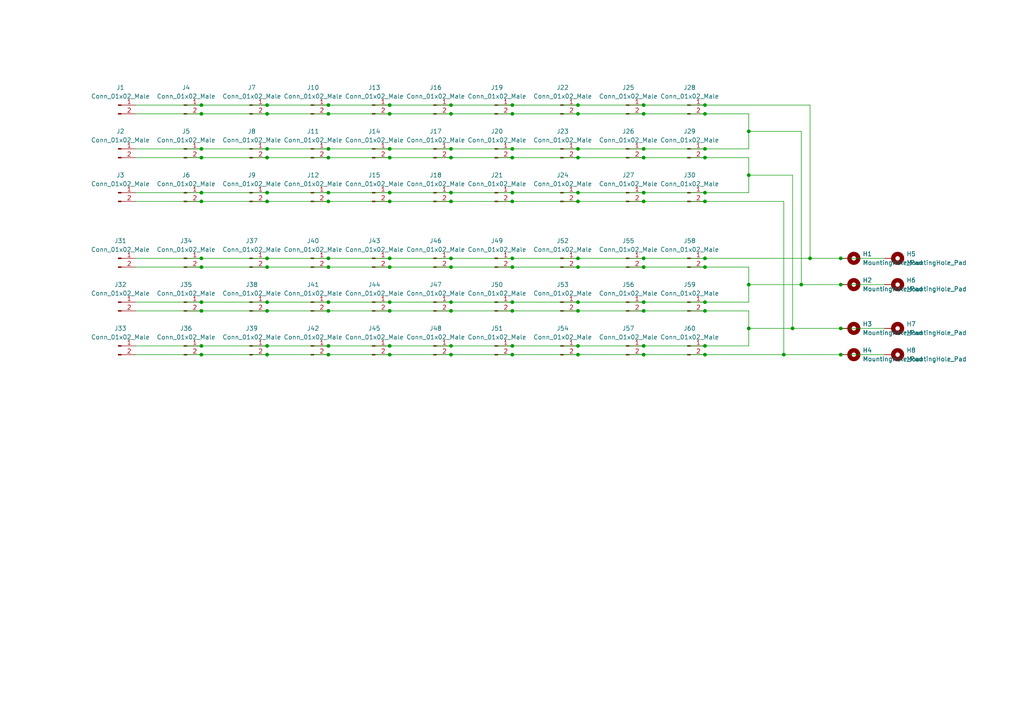
<source format=kicad_sch>
(kicad_sch (version 20211123) (generator eeschema)

  (uuid e63e39d7-6ac0-4ffd-8aa3-1841a4541b55)

  (paper "A4")

  (title_block
    (title "Amos 3S20P Battery Array Board")
    (rev "1")
    (company "Amos Home")
  )

  (lib_symbols
    (symbol "Connector:Conn_01x02_Male" (pin_names (offset 1.016) hide) (in_bom yes) (on_board yes)
      (property "Reference" "J" (id 0) (at 0 2.54 0)
        (effects (font (size 1.27 1.27)))
      )
      (property "Value" "Conn_01x02_Male" (id 1) (at 0 -5.08 0)
        (effects (font (size 1.27 1.27)))
      )
      (property "Footprint" "" (id 2) (at 0 0 0)
        (effects (font (size 1.27 1.27)) hide)
      )
      (property "Datasheet" "~" (id 3) (at 0 0 0)
        (effects (font (size 1.27 1.27)) hide)
      )
      (property "ki_keywords" "connector" (id 4) (at 0 0 0)
        (effects (font (size 1.27 1.27)) hide)
      )
      (property "ki_description" "Generic connector, single row, 01x02, script generated (kicad-library-utils/schlib/autogen/connector/)" (id 5) (at 0 0 0)
        (effects (font (size 1.27 1.27)) hide)
      )
      (property "ki_fp_filters" "Connector*:*_1x??_*" (id 6) (at 0 0 0)
        (effects (font (size 1.27 1.27)) hide)
      )
      (symbol "Conn_01x02_Male_1_1"
        (polyline
          (pts
            (xy 1.27 -2.54)
            (xy 0.8636 -2.54)
          )
          (stroke (width 0.1524) (type default) (color 0 0 0 0))
          (fill (type none))
        )
        (polyline
          (pts
            (xy 1.27 0)
            (xy 0.8636 0)
          )
          (stroke (width 0.1524) (type default) (color 0 0 0 0))
          (fill (type none))
        )
        (rectangle (start 0.8636 -2.413) (end 0 -2.667)
          (stroke (width 0.1524) (type default) (color 0 0 0 0))
          (fill (type outline))
        )
        (rectangle (start 0.8636 0.127) (end 0 -0.127)
          (stroke (width 0.1524) (type default) (color 0 0 0 0))
          (fill (type outline))
        )
        (pin passive line (at 5.08 0 180) (length 3.81)
          (name "Pin_1" (effects (font (size 1.27 1.27))))
          (number "1" (effects (font (size 1.27 1.27))))
        )
        (pin passive line (at 5.08 -2.54 180) (length 3.81)
          (name "Pin_2" (effects (font (size 1.27 1.27))))
          (number "2" (effects (font (size 1.27 1.27))))
        )
      )
    )
    (symbol "Mechanical:MountingHole_Pad" (pin_numbers hide) (pin_names (offset 1.016) hide) (in_bom yes) (on_board yes)
      (property "Reference" "H" (id 0) (at 0 6.35 0)
        (effects (font (size 1.27 1.27)))
      )
      (property "Value" "MountingHole_Pad" (id 1) (at 0 4.445 0)
        (effects (font (size 1.27 1.27)))
      )
      (property "Footprint" "" (id 2) (at 0 0 0)
        (effects (font (size 1.27 1.27)) hide)
      )
      (property "Datasheet" "~" (id 3) (at 0 0 0)
        (effects (font (size 1.27 1.27)) hide)
      )
      (property "ki_keywords" "mounting hole" (id 4) (at 0 0 0)
        (effects (font (size 1.27 1.27)) hide)
      )
      (property "ki_description" "Mounting Hole with connection" (id 5) (at 0 0 0)
        (effects (font (size 1.27 1.27)) hide)
      )
      (property "ki_fp_filters" "MountingHole*Pad*" (id 6) (at 0 0 0)
        (effects (font (size 1.27 1.27)) hide)
      )
      (symbol "MountingHole_Pad_0_1"
        (circle (center 0 1.27) (radius 1.27)
          (stroke (width 1.27) (type default) (color 0 0 0 0))
          (fill (type none))
        )
      )
      (symbol "MountingHole_Pad_1_1"
        (pin input line (at 0 -2.54 90) (length 2.54)
          (name "1" (effects (font (size 1.27 1.27))))
          (number "1" (effects (font (size 1.27 1.27))))
        )
      )
    )
  )

  (junction (at 58.42 30.48) (diameter 0) (color 0 0 0 0)
    (uuid 01e4a5aa-3ab4-4cc2-83a0-050897cc2cbc)
  )
  (junction (at 77.47 33.02) (diameter 0) (color 0 0 0 0)
    (uuid 06995da5-5b49-4a6f-9618-1d3b72cd637e)
  )
  (junction (at 113.03 77.47) (diameter 0) (color 0 0 0 0)
    (uuid 0aed48c5-a79a-4a41-bde0-89e9736637c1)
  )
  (junction (at 77.47 87.63) (diameter 0) (color 0 0 0 0)
    (uuid 0dda1646-a646-4a28-a8d2-393b8c94d637)
  )
  (junction (at 58.42 102.87) (diameter 0) (color 0 0 0 0)
    (uuid 0f47421c-1e82-4036-b8e8-a06d02b43b87)
  )
  (junction (at 113.03 43.18) (diameter 0) (color 0 0 0 0)
    (uuid 0f8455c5-179e-4d11-9d92-e0a815867e21)
  )
  (junction (at 204.47 100.33) (diameter 0) (color 0 0 0 0)
    (uuid 0fe1f74e-4cc8-412d-b8bc-832159a1ad3e)
  )
  (junction (at 130.81 43.18) (diameter 0) (color 0 0 0 0)
    (uuid 126db9ed-02bf-4313-8599-3eee1e3a6d02)
  )
  (junction (at 130.81 33.02) (diameter 0) (color 0 0 0 0)
    (uuid 156ccd26-d583-44d6-a9b5-81f659f1b821)
  )
  (junction (at 243.84 102.87) (diameter 0) (color 0 0 0 0)
    (uuid 158d4917-4701-4fd9-91a8-27c12ec51018)
  )
  (junction (at 113.03 74.93) (diameter 0) (color 0 0 0 0)
    (uuid 1787153b-aa75-4d9d-ba83-d6b350b998a0)
  )
  (junction (at 58.42 87.63) (diameter 0) (color 0 0 0 0)
    (uuid 1913ae2c-1bc2-48d9-914f-4c532d02ffb4)
  )
  (junction (at 130.81 58.42) (diameter 0) (color 0 0 0 0)
    (uuid 1d02a37a-dc0b-47d8-b5dd-8f117562ce61)
  )
  (junction (at 95.25 55.88) (diameter 0) (color 0 0 0 0)
    (uuid 1d43d411-839b-4865-a4e0-bfbb47644c4f)
  )
  (junction (at 148.59 74.93) (diameter 0) (color 0 0 0 0)
    (uuid 1d901cb2-360a-4708-b3ed-e4b172d3996f)
  )
  (junction (at 217.17 50.8) (diameter 0) (color 0 0 0 0)
    (uuid 1e4ac8c8-ce6f-4526-9144-5c1619fd5c54)
  )
  (junction (at 58.42 43.18) (diameter 0) (color 0 0 0 0)
    (uuid 20567e8e-3528-42ea-ac18-cdda13d268df)
  )
  (junction (at 77.47 58.42) (diameter 0) (color 0 0 0 0)
    (uuid 27eb74ff-676f-4501-95ec-c9902b2c73aa)
  )
  (junction (at 148.59 58.42) (diameter 0) (color 0 0 0 0)
    (uuid 2833ee58-c5a6-4b1c-bfaf-96b0f9e32cc7)
  )
  (junction (at 243.84 74.93) (diameter 0) (color 0 0 0 0)
    (uuid 2d2bc278-0858-4a75-bea7-9fb301140b3e)
  )
  (junction (at 167.64 30.48) (diameter 0) (color 0 0 0 0)
    (uuid 34f4969a-4823-46ec-9c78-5a30760fe4af)
  )
  (junction (at 58.42 74.93) (diameter 0) (color 0 0 0 0)
    (uuid 3a5126db-958f-4248-83d8-c807f9c9d4fb)
  )
  (junction (at 186.69 33.02) (diameter 0) (color 0 0 0 0)
    (uuid 3a7bfc97-def4-4bc1-89fa-0f34f39c4173)
  )
  (junction (at 186.69 58.42) (diameter 0) (color 0 0 0 0)
    (uuid 40fff5e2-5983-4d3f-b434-4104e3e72b5b)
  )
  (junction (at 113.03 33.02) (diameter 0) (color 0 0 0 0)
    (uuid 45bde342-2885-4f06-86c3-25874dde695a)
  )
  (junction (at 58.42 45.72) (diameter 0) (color 0 0 0 0)
    (uuid 488b44ac-f9f1-4626-8007-47079b0ee641)
  )
  (junction (at 243.84 82.55) (diameter 0) (color 0 0 0 0)
    (uuid 4acdc1f8-fa3e-4fde-80eb-615f07a717a8)
  )
  (junction (at 148.59 90.17) (diameter 0) (color 0 0 0 0)
    (uuid 4bccbd24-4903-4ab1-b103-73c4cb552b83)
  )
  (junction (at 148.59 77.47) (diameter 0) (color 0 0 0 0)
    (uuid 4d9c5bb1-1a0b-4685-9b64-9623bdfa6e36)
  )
  (junction (at 186.69 102.87) (diameter 0) (color 0 0 0 0)
    (uuid 4ea989fb-9cda-4210-89d1-fe153727e40c)
  )
  (junction (at 130.81 30.48) (diameter 0) (color 0 0 0 0)
    (uuid 500c8ede-2f02-4e7b-9a81-471bca25555c)
  )
  (junction (at 204.47 90.17) (diameter 0) (color 0 0 0 0)
    (uuid 5199ad7b-ab84-4971-9df3-53270a0a37ba)
  )
  (junction (at 95.25 102.87) (diameter 0) (color 0 0 0 0)
    (uuid 530e1c0a-bb5b-44a7-b162-4c6f9e290093)
  )
  (junction (at 58.42 58.42) (diameter 0) (color 0 0 0 0)
    (uuid 531d636c-747c-4976-90ea-2b7804b4b64b)
  )
  (junction (at 148.59 33.02) (diameter 0) (color 0 0 0 0)
    (uuid 541b442d-0f25-498a-9e0b-d4b10c5347d3)
  )
  (junction (at 186.69 74.93) (diameter 0) (color 0 0 0 0)
    (uuid 578b9c3f-045a-4830-a037-9fe8cd94bc66)
  )
  (junction (at 95.25 74.93) (diameter 0) (color 0 0 0 0)
    (uuid 5c43dd51-b673-40c0-86bf-6d45aa01dce3)
  )
  (junction (at 148.59 55.88) (diameter 0) (color 0 0 0 0)
    (uuid 5ec99adc-b794-45f9-9d36-872b645643ce)
  )
  (junction (at 95.25 30.48) (diameter 0) (color 0 0 0 0)
    (uuid 62efff76-31b2-4532-92f3-a119f6b7126c)
  )
  (junction (at 204.47 102.87) (diameter 0) (color 0 0 0 0)
    (uuid 64828568-6688-4d85-9b20-ec10527ca0b2)
  )
  (junction (at 204.47 30.48) (diameter 0) (color 0 0 0 0)
    (uuid 651cc5cb-756f-4d20-a374-22bfa77f5e50)
  )
  (junction (at 130.81 102.87) (diameter 0) (color 0 0 0 0)
    (uuid 68b1cfb0-f603-4a17-a333-c498c12b2e4f)
  )
  (junction (at 95.25 58.42) (diameter 0) (color 0 0 0 0)
    (uuid 6aef7400-353d-4b3f-b458-7685b092a591)
  )
  (junction (at 204.47 58.42) (diameter 0) (color 0 0 0 0)
    (uuid 6b68aa34-c76e-4f0f-b405-a658c5c80c05)
  )
  (junction (at 113.03 30.48) (diameter 0) (color 0 0 0 0)
    (uuid 6c2a6537-86fd-4781-b962-2e38929a6d5d)
  )
  (junction (at 148.59 43.18) (diameter 0) (color 0 0 0 0)
    (uuid 6c93e705-4cf1-452c-9be5-d1742a1b63ce)
  )
  (junction (at 186.69 90.17) (diameter 0) (color 0 0 0 0)
    (uuid 6fc49b93-842f-4814-8ca6-1e11c16fa8fa)
  )
  (junction (at 58.42 55.88) (diameter 0) (color 0 0 0 0)
    (uuid 7062c5ae-3598-4b1c-9794-7bb2b2b308aa)
  )
  (junction (at 186.69 43.18) (diameter 0) (color 0 0 0 0)
    (uuid 749c8c3b-09dd-4622-ab34-1c903bdb606c)
  )
  (junction (at 186.69 30.48) (diameter 0) (color 0 0 0 0)
    (uuid 770e4dc4-ded4-4e8a-9698-af46b68a1d19)
  )
  (junction (at 217.17 38.1) (diameter 0) (color 0 0 0 0)
    (uuid 773805af-0843-46f1-9494-d32d465d58cb)
  )
  (junction (at 167.64 33.02) (diameter 0) (color 0 0 0 0)
    (uuid 785ecd7e-d176-4410-99cd-e492499c4931)
  )
  (junction (at 77.47 100.33) (diameter 0) (color 0 0 0 0)
    (uuid 7f0c1ea5-31ba-4e3c-b23d-dc37801fb19b)
  )
  (junction (at 95.25 100.33) (diameter 0) (color 0 0 0 0)
    (uuid 80308ea8-7152-4634-99bf-492db3c9f37a)
  )
  (junction (at 113.03 87.63) (diameter 0) (color 0 0 0 0)
    (uuid 814df96b-3bb6-4126-aa8c-e8b33dded25a)
  )
  (junction (at 130.81 87.63) (diameter 0) (color 0 0 0 0)
    (uuid 81b5884f-0b53-4d9c-bd56-68349a70cfdc)
  )
  (junction (at 229.87 95.25) (diameter 0) (color 0 0 0 0)
    (uuid 848e3ae6-f8a6-49ad-a73f-06e99d3cf16a)
  )
  (junction (at 58.42 77.47) (diameter 0) (color 0 0 0 0)
    (uuid 855028b5-6994-4987-8790-222fcec51db2)
  )
  (junction (at 167.64 58.42) (diameter 0) (color 0 0 0 0)
    (uuid 86b8c1da-2a3f-49f3-ba16-d75a29eb4966)
  )
  (junction (at 204.47 74.93) (diameter 0) (color 0 0 0 0)
    (uuid 8b5154dc-4718-4a03-ad67-ed035a4319ce)
  )
  (junction (at 227.33 102.87) (diameter 0) (color 0 0 0 0)
    (uuid 8c3e1cee-575b-4cac-abff-4cad79de6f5a)
  )
  (junction (at 148.59 87.63) (diameter 0) (color 0 0 0 0)
    (uuid 90dc18a7-d136-49c5-aca7-9f578dd2dde7)
  )
  (junction (at 130.81 100.33) (diameter 0) (color 0 0 0 0)
    (uuid 91660baf-326e-48a4-991d-b0cf8125a873)
  )
  (junction (at 77.47 55.88) (diameter 0) (color 0 0 0 0)
    (uuid 936283fb-bf34-4f03-b4a1-f55213d0dfbd)
  )
  (junction (at 186.69 87.63) (diameter 0) (color 0 0 0 0)
    (uuid 97db2584-9d07-47ab-a55c-f2cbce602789)
  )
  (junction (at 167.64 100.33) (diameter 0) (color 0 0 0 0)
    (uuid 9a6294f5-83f2-423d-91c2-6cfd1df081e7)
  )
  (junction (at 130.81 77.47) (diameter 0) (color 0 0 0 0)
    (uuid 9aea78df-3dca-44b6-a4c7-387472e7d15c)
  )
  (junction (at 204.47 43.18) (diameter 0) (color 0 0 0 0)
    (uuid 9d4038dc-e092-463a-bc56-54b28256bb87)
  )
  (junction (at 167.64 55.88) (diameter 0) (color 0 0 0 0)
    (uuid 9f0e4ad5-cfd6-4e4d-b09c-87daa38e50eb)
  )
  (junction (at 234.95 74.93) (diameter 0) (color 0 0 0 0)
    (uuid 9fcdbe8a-ff7b-4b8a-b7f4-ced5d73fa42c)
  )
  (junction (at 167.64 102.87) (diameter 0) (color 0 0 0 0)
    (uuid a5b2a88f-fa1e-47a1-b1fe-06f37e21ca1b)
  )
  (junction (at 95.25 33.02) (diameter 0) (color 0 0 0 0)
    (uuid a75775b8-51ec-41b0-9084-3ca3ac970831)
  )
  (junction (at 148.59 102.87) (diameter 0) (color 0 0 0 0)
    (uuid a8f3fb57-d72d-4e56-b518-98e829534921)
  )
  (junction (at 204.47 77.47) (diameter 0) (color 0 0 0 0)
    (uuid adda719e-cc0a-4a85-b429-67f8b39774f5)
  )
  (junction (at 148.59 30.48) (diameter 0) (color 0 0 0 0)
    (uuid b14099b9-47a6-46b7-ba05-cbdb2b137202)
  )
  (junction (at 95.25 77.47) (diameter 0) (color 0 0 0 0)
    (uuid b3b1beb9-ce17-4882-bb4d-7e5a00c65d48)
  )
  (junction (at 113.03 55.88) (diameter 0) (color 0 0 0 0)
    (uuid b6ce8201-ab25-4873-99b2-47123fa7ecc8)
  )
  (junction (at 95.25 90.17) (diameter 0) (color 0 0 0 0)
    (uuid b7986f62-ea7a-4dc5-91cd-26acb8e0379b)
  )
  (junction (at 113.03 90.17) (diameter 0) (color 0 0 0 0)
    (uuid b988d6e1-acde-48d5-aaac-780083f0a33d)
  )
  (junction (at 167.64 45.72) (diameter 0) (color 0 0 0 0)
    (uuid bbd53904-7f41-43c3-988f-1a9a4044779c)
  )
  (junction (at 77.47 45.72) (diameter 0) (color 0 0 0 0)
    (uuid bdbe498f-110c-4383-931d-2b40ced1d05b)
  )
  (junction (at 148.59 45.72) (diameter 0) (color 0 0 0 0)
    (uuid bdcbc1b0-b67d-4fba-b48e-b102222c8825)
  )
  (junction (at 243.84 95.25) (diameter 0) (color 0 0 0 0)
    (uuid be1879eb-98ff-4514-8279-9a45a9801a0f)
  )
  (junction (at 130.81 55.88) (diameter 0) (color 0 0 0 0)
    (uuid bf7e3626-29aa-4298-bad0-40cacb747d14)
  )
  (junction (at 186.69 45.72) (diameter 0) (color 0 0 0 0)
    (uuid c0149951-64c3-4490-bcd0-19f3eea6c825)
  )
  (junction (at 167.64 90.17) (diameter 0) (color 0 0 0 0)
    (uuid c0b7f3c6-3a8b-4cbc-8e07-4879365e8103)
  )
  (junction (at 186.69 100.33) (diameter 0) (color 0 0 0 0)
    (uuid c0eb397c-0f0a-48f2-a4a7-a39c38857565)
  )
  (junction (at 77.47 102.87) (diameter 0) (color 0 0 0 0)
    (uuid c14872e9-a94b-4975-8e29-9f8e477e2679)
  )
  (junction (at 58.42 90.17) (diameter 0) (color 0 0 0 0)
    (uuid c15f1642-2bad-485f-ac22-f9329a013e94)
  )
  (junction (at 95.25 87.63) (diameter 0) (color 0 0 0 0)
    (uuid c4b1e7cf-3aa3-45c5-8585-741388413869)
  )
  (junction (at 204.47 87.63) (diameter 0) (color 0 0 0 0)
    (uuid cad3b6e3-3bb4-4763-abef-63fde40972bf)
  )
  (junction (at 113.03 102.87) (diameter 0) (color 0 0 0 0)
    (uuid cdb8e730-b927-443e-bb30-3662dd4e56b2)
  )
  (junction (at 77.47 30.48) (diameter 0) (color 0 0 0 0)
    (uuid cdf1c419-2705-400b-8764-762884c132e5)
  )
  (junction (at 186.69 77.47) (diameter 0) (color 0 0 0 0)
    (uuid d2d5f057-3d3f-4824-ba53-bea972f61938)
  )
  (junction (at 58.42 100.33) (diameter 0) (color 0 0 0 0)
    (uuid d4271cdf-2b7a-4efd-8fa1-f506ca5d8e3f)
  )
  (junction (at 130.81 74.93) (diameter 0) (color 0 0 0 0)
    (uuid d98ff9ae-e1f8-4424-8c9a-9e8a74700dc5)
  )
  (junction (at 204.47 55.88) (diameter 0) (color 0 0 0 0)
    (uuid db7bd01d-13d0-4252-9d83-bdf8f7670035)
  )
  (junction (at 95.25 43.18) (diameter 0) (color 0 0 0 0)
    (uuid df7c94cf-4970-4105-bcf1-c1cc5da3ad82)
  )
  (junction (at 113.03 100.33) (diameter 0) (color 0 0 0 0)
    (uuid dfcf21ae-fd3c-40b2-9ae0-524856d8c6da)
  )
  (junction (at 232.41 82.55) (diameter 0) (color 0 0 0 0)
    (uuid e092ad44-1d6c-49d8-a179-c78eb33d229b)
  )
  (junction (at 95.25 45.72) (diameter 0) (color 0 0 0 0)
    (uuid e145ea3a-eece-4796-9740-e4b7a00c5f8f)
  )
  (junction (at 186.69 55.88) (diameter 0) (color 0 0 0 0)
    (uuid e2f5e14c-a18e-4a67-98b1-4666cd638b00)
  )
  (junction (at 204.47 33.02) (diameter 0) (color 0 0 0 0)
    (uuid e3d13a37-67e5-4b76-9531-c59890ed9b74)
  )
  (junction (at 167.64 74.93) (diameter 0) (color 0 0 0 0)
    (uuid e4a9ddd8-7ada-440b-a9de-a5d7da8f72b2)
  )
  (junction (at 77.47 74.93) (diameter 0) (color 0 0 0 0)
    (uuid e5459efe-5389-41dd-946e-468444e0da3e)
  )
  (junction (at 217.17 82.55) (diameter 0) (color 0 0 0 0)
    (uuid eb64b7d2-d623-452c-9703-2bb0265ee337)
  )
  (junction (at 130.81 45.72) (diameter 0) (color 0 0 0 0)
    (uuid eb87949f-d24e-4647-ac98-60416ce16499)
  )
  (junction (at 130.81 90.17) (diameter 0) (color 0 0 0 0)
    (uuid ec2613d6-2c9f-4946-a9d8-3b4a9b4e8849)
  )
  (junction (at 77.47 43.18) (diameter 0) (color 0 0 0 0)
    (uuid ef9a746c-d065-4177-8f58-39c5515d2fee)
  )
  (junction (at 58.42 33.02) (diameter 0) (color 0 0 0 0)
    (uuid f06455df-9d2c-4fc7-9b9e-191ae21d1b39)
  )
  (junction (at 77.47 90.17) (diameter 0) (color 0 0 0 0)
    (uuid f10ca11b-8e6e-41c6-8cce-e4f8cb2a7363)
  )
  (junction (at 113.03 58.42) (diameter 0) (color 0 0 0 0)
    (uuid f2f001b0-8b4b-43a8-896d-e352c6a807a6)
  )
  (junction (at 148.59 100.33) (diameter 0) (color 0 0 0 0)
    (uuid f6429ab2-213c-4030-a705-9f073170a98c)
  )
  (junction (at 217.17 95.25) (diameter 0) (color 0 0 0 0)
    (uuid f7386878-6bd2-49fb-be47-6588e913174b)
  )
  (junction (at 167.64 77.47) (diameter 0) (color 0 0 0 0)
    (uuid f7d43406-366f-4e28-b077-a5ba452fce9a)
  )
  (junction (at 113.03 45.72) (diameter 0) (color 0 0 0 0)
    (uuid f8e8d4dd-ae2a-42e9-b003-00b2a30936ea)
  )
  (junction (at 204.47 45.72) (diameter 0) (color 0 0 0 0)
    (uuid f9c1e372-243d-48a7-a392-9c1ffbdd444f)
  )
  (junction (at 77.47 77.47) (diameter 0) (color 0 0 0 0)
    (uuid ff0e0c14-7ce9-493b-9fd4-786183bf280d)
  )
  (junction (at 167.64 43.18) (diameter 0) (color 0 0 0 0)
    (uuid ffeee490-1b6c-4e94-8a74-b74b9fd60838)
  )
  (junction (at 167.64 87.63) (diameter 0) (color 0 0 0 0)
    (uuid fffbe5d9-ab4f-4620-8b07-dfed6958ef21)
  )

  (wire (pts (xy 130.81 55.88) (xy 148.59 55.88))
    (stroke (width 0) (type default) (color 0 0 0 0))
    (uuid 02684639-d8c1-4573-a11f-7e35fad96b5c)
  )
  (wire (pts (xy 95.25 100.33) (xy 113.03 100.33))
    (stroke (width 0) (type default) (color 0 0 0 0))
    (uuid 028825a5-a5a1-4471-a5f1-08090406bcd8)
  )
  (wire (pts (xy 186.69 45.72) (xy 204.47 45.72))
    (stroke (width 0) (type default) (color 0 0 0 0))
    (uuid 03b11a0a-1a5b-4964-a745-974f16405d21)
  )
  (wire (pts (xy 217.17 82.55) (xy 217.17 87.63))
    (stroke (width 0) (type default) (color 0 0 0 0))
    (uuid 05c902b1-35e4-4cf2-9033-054e1fbc51c3)
  )
  (wire (pts (xy 148.59 43.18) (xy 167.64 43.18))
    (stroke (width 0) (type default) (color 0 0 0 0))
    (uuid 09f46da9-e330-433d-b427-9e29bbcde089)
  )
  (wire (pts (xy 95.25 43.18) (xy 113.03 43.18))
    (stroke (width 0) (type default) (color 0 0 0 0))
    (uuid 0a664f4d-7237-48f5-b347-2233de709aa2)
  )
  (wire (pts (xy 148.59 33.02) (xy 167.64 33.02))
    (stroke (width 0) (type default) (color 0 0 0 0))
    (uuid 0c5646a4-828e-4d70-a09d-eb91ce921f4c)
  )
  (wire (pts (xy 113.03 100.33) (xy 130.81 100.33))
    (stroke (width 0) (type default) (color 0 0 0 0))
    (uuid 0e4017fd-02b7-4b3e-b764-397cfccac2d2)
  )
  (wire (pts (xy 58.42 74.93) (xy 77.47 74.93))
    (stroke (width 0) (type default) (color 0 0 0 0))
    (uuid 10d3aed9-3207-41eb-9bd0-983b84fe7dc7)
  )
  (wire (pts (xy 167.64 90.17) (xy 186.69 90.17))
    (stroke (width 0) (type default) (color 0 0 0 0))
    (uuid 11a85d83-ca23-4a66-9a7a-3b010acc3da7)
  )
  (wire (pts (xy 77.47 45.72) (xy 95.25 45.72))
    (stroke (width 0) (type default) (color 0 0 0 0))
    (uuid 12e2bcd5-591f-4b68-ae02-3ca130a53492)
  )
  (wire (pts (xy 167.64 30.48) (xy 186.69 30.48))
    (stroke (width 0) (type default) (color 0 0 0 0))
    (uuid 133fd08f-6e40-41ba-9cc7-645f0ad5e70a)
  )
  (wire (pts (xy 113.03 30.48) (xy 130.81 30.48))
    (stroke (width 0) (type default) (color 0 0 0 0))
    (uuid 1348c600-39e6-4fc7-ac06-80d4e043598d)
  )
  (wire (pts (xy 95.25 77.47) (xy 113.03 77.47))
    (stroke (width 0) (type default) (color 0 0 0 0))
    (uuid 14891ca4-c283-4a64-98dc-86c5d6e033a0)
  )
  (wire (pts (xy 95.25 45.72) (xy 113.03 45.72))
    (stroke (width 0) (type default) (color 0 0 0 0))
    (uuid 16a06cac-74c6-4f9a-b55f-2c4992f652dd)
  )
  (wire (pts (xy 113.03 45.72) (xy 130.81 45.72))
    (stroke (width 0) (type default) (color 0 0 0 0))
    (uuid 1a880712-7e1b-4691-aa37-bd8c5df447d3)
  )
  (wire (pts (xy 95.25 58.42) (xy 113.03 58.42))
    (stroke (width 0) (type default) (color 0 0 0 0))
    (uuid 1c9d3bc2-a513-4469-bb6b-5092c9b76c91)
  )
  (wire (pts (xy 58.42 58.42) (xy 77.47 58.42))
    (stroke (width 0) (type default) (color 0 0 0 0))
    (uuid 20afec08-7915-4d1c-9870-8dc4b5417a9c)
  )
  (wire (pts (xy 95.25 33.02) (xy 113.03 33.02))
    (stroke (width 0) (type default) (color 0 0 0 0))
    (uuid 210fa02a-5322-4a8f-b104-1f7d64e9a1f1)
  )
  (wire (pts (xy 186.69 100.33) (xy 204.47 100.33))
    (stroke (width 0) (type default) (color 0 0 0 0))
    (uuid 2223eeb5-aa83-44a0-a53a-f71aacabab9c)
  )
  (wire (pts (xy 130.81 33.02) (xy 148.59 33.02))
    (stroke (width 0) (type default) (color 0 0 0 0))
    (uuid 2372c77d-1b04-421d-92a8-eff9812fd3bd)
  )
  (wire (pts (xy 77.47 30.48) (xy 95.25 30.48))
    (stroke (width 0) (type default) (color 0 0 0 0))
    (uuid 242f0203-312d-4fb9-ae41-8c8ac9eee0cd)
  )
  (wire (pts (xy 186.69 90.17) (xy 204.47 90.17))
    (stroke (width 0) (type default) (color 0 0 0 0))
    (uuid 2498638f-f5bc-47e0-a9d3-49191018a41a)
  )
  (wire (pts (xy 39.37 58.42) (xy 58.42 58.42))
    (stroke (width 0) (type default) (color 0 0 0 0))
    (uuid 2648ea51-ce4c-4085-bd6d-a1e821092e89)
  )
  (wire (pts (xy 130.81 43.18) (xy 148.59 43.18))
    (stroke (width 0) (type default) (color 0 0 0 0))
    (uuid 2833c863-2ce6-42f3-ad42-e8fc75c39b76)
  )
  (wire (pts (xy 204.47 100.33) (xy 217.17 100.33))
    (stroke (width 0) (type default) (color 0 0 0 0))
    (uuid 29af8fa6-318a-4068-993d-88e7a24f7791)
  )
  (wire (pts (xy 77.47 43.18) (xy 95.25 43.18))
    (stroke (width 0) (type default) (color 0 0 0 0))
    (uuid 29c32a92-5385-467b-b139-5e4bfa2887f8)
  )
  (wire (pts (xy 167.64 33.02) (xy 186.69 33.02))
    (stroke (width 0) (type default) (color 0 0 0 0))
    (uuid 2ad144c2-081a-4e05-b881-243435c54ba4)
  )
  (wire (pts (xy 113.03 74.93) (xy 130.81 74.93))
    (stroke (width 0) (type default) (color 0 0 0 0))
    (uuid 2dc6e2fb-c613-4b10-8cd4-8c427cd8b3b9)
  )
  (wire (pts (xy 130.81 58.42) (xy 148.59 58.42))
    (stroke (width 0) (type default) (color 0 0 0 0))
    (uuid 2dc7ca34-6329-482a-abcb-1c09e460ca64)
  )
  (wire (pts (xy 148.59 100.33) (xy 167.64 100.33))
    (stroke (width 0) (type default) (color 0 0 0 0))
    (uuid 2dfa347b-08b4-4ee1-b0ac-49ade4fe9171)
  )
  (wire (pts (xy 186.69 87.63) (xy 204.47 87.63))
    (stroke (width 0) (type default) (color 0 0 0 0))
    (uuid 2f1a67f5-44b6-4eb7-b122-776c3e081dbc)
  )
  (wire (pts (xy 217.17 38.1) (xy 232.41 38.1))
    (stroke (width 0) (type default) (color 0 0 0 0))
    (uuid 2fa126d0-2149-4047-88e1-07d5bcb446a4)
  )
  (wire (pts (xy 167.64 55.88) (xy 186.69 55.88))
    (stroke (width 0) (type default) (color 0 0 0 0))
    (uuid 2fd5e8c3-b887-44ca-936e-3820d54abd5d)
  )
  (wire (pts (xy 113.03 43.18) (xy 130.81 43.18))
    (stroke (width 0) (type default) (color 0 0 0 0))
    (uuid 3263fd66-ce1d-4ece-aa1d-8f82b20051b2)
  )
  (wire (pts (xy 113.03 102.87) (xy 130.81 102.87))
    (stroke (width 0) (type default) (color 0 0 0 0))
    (uuid 34937f78-0cd7-450b-8935-ad6822032278)
  )
  (wire (pts (xy 130.81 90.17) (xy 148.59 90.17))
    (stroke (width 0) (type default) (color 0 0 0 0))
    (uuid 3561e74a-3b9b-4754-9c3b-0a6e0ad07bbe)
  )
  (wire (pts (xy 95.25 87.63) (xy 113.03 87.63))
    (stroke (width 0) (type default) (color 0 0 0 0))
    (uuid 362755ad-ea41-482e-bb23-627c6eb15a40)
  )
  (wire (pts (xy 39.37 45.72) (xy 58.42 45.72))
    (stroke (width 0) (type default) (color 0 0 0 0))
    (uuid 394eee42-ace6-4c7f-8b49-8bf7c03e8cff)
  )
  (wire (pts (xy 77.47 33.02) (xy 95.25 33.02))
    (stroke (width 0) (type default) (color 0 0 0 0))
    (uuid 39616bdc-1516-4561-af3e-a9cb54015474)
  )
  (wire (pts (xy 77.47 74.93) (xy 95.25 74.93))
    (stroke (width 0) (type default) (color 0 0 0 0))
    (uuid 3972d90f-ee24-4cf5-8d82-ff4abccf2f2b)
  )
  (wire (pts (xy 58.42 77.47) (xy 77.47 77.47))
    (stroke (width 0) (type default) (color 0 0 0 0))
    (uuid 3b8443c1-0791-438c-b19a-6f0e16558dc6)
  )
  (wire (pts (xy 77.47 90.17) (xy 95.25 90.17))
    (stroke (width 0) (type default) (color 0 0 0 0))
    (uuid 3bad0292-560e-4959-9af2-db7bbf622092)
  )
  (wire (pts (xy 58.42 30.48) (xy 77.47 30.48))
    (stroke (width 0) (type default) (color 0 0 0 0))
    (uuid 3d8680ec-ed09-4bb7-a631-5e817a71994d)
  )
  (wire (pts (xy 167.64 43.18) (xy 186.69 43.18))
    (stroke (width 0) (type default) (color 0 0 0 0))
    (uuid 3f78ce2c-908d-4477-9ae6-10799a913c2c)
  )
  (wire (pts (xy 186.69 43.18) (xy 204.47 43.18))
    (stroke (width 0) (type default) (color 0 0 0 0))
    (uuid 4046547c-9c18-4920-8261-6ebd203af6df)
  )
  (wire (pts (xy 227.33 58.42) (xy 227.33 102.87))
    (stroke (width 0) (type default) (color 0 0 0 0))
    (uuid 414dda4b-de85-4ea6-8155-fd9c895f4036)
  )
  (wire (pts (xy 130.81 102.87) (xy 148.59 102.87))
    (stroke (width 0) (type default) (color 0 0 0 0))
    (uuid 42198247-7404-4437-9b4d-7a47b904f11e)
  )
  (wire (pts (xy 217.17 38.1) (xy 217.17 43.18))
    (stroke (width 0) (type default) (color 0 0 0 0))
    (uuid 4304d68e-bdb6-4b70-94b2-279d4976a29d)
  )
  (wire (pts (xy 113.03 55.88) (xy 130.81 55.88))
    (stroke (width 0) (type default) (color 0 0 0 0))
    (uuid 4359c708-9801-4dd2-b7d5-b49ce025fccf)
  )
  (wire (pts (xy 58.42 33.02) (xy 77.47 33.02))
    (stroke (width 0) (type default) (color 0 0 0 0))
    (uuid 44153767-4b7d-404c-96c3-8ae87884dc88)
  )
  (wire (pts (xy 167.64 100.33) (xy 186.69 100.33))
    (stroke (width 0) (type default) (color 0 0 0 0))
    (uuid 45d6e2c6-b846-4a31-b2e4-41223b271484)
  )
  (wire (pts (xy 130.81 30.48) (xy 148.59 30.48))
    (stroke (width 0) (type default) (color 0 0 0 0))
    (uuid 46385bd2-b7d2-440a-882e-7dd1e649cee3)
  )
  (wire (pts (xy 39.37 43.18) (xy 58.42 43.18))
    (stroke (width 0) (type default) (color 0 0 0 0))
    (uuid 48329ded-7ac3-4955-b816-0d8701d74af3)
  )
  (wire (pts (xy 148.59 45.72) (xy 167.64 45.72))
    (stroke (width 0) (type default) (color 0 0 0 0))
    (uuid 49677b13-7dfc-4324-b44f-8d898fa6f6cc)
  )
  (wire (pts (xy 217.17 33.02) (xy 217.17 38.1))
    (stroke (width 0) (type default) (color 0 0 0 0))
    (uuid 4b2e49be-245f-4312-a217-0c3d0b21d39c)
  )
  (wire (pts (xy 95.25 102.87) (xy 113.03 102.87))
    (stroke (width 0) (type default) (color 0 0 0 0))
    (uuid 4c37a42c-e30e-4fbe-8a58-4d959e1e3766)
  )
  (wire (pts (xy 58.42 87.63) (xy 77.47 87.63))
    (stroke (width 0) (type default) (color 0 0 0 0))
    (uuid 4ce03590-e0e1-4703-b46c-7b385c2aeba2)
  )
  (wire (pts (xy 39.37 87.63) (xy 58.42 87.63))
    (stroke (width 0) (type default) (color 0 0 0 0))
    (uuid 4e73f602-ec3e-4ba0-bf5b-e2ed95cca693)
  )
  (wire (pts (xy 167.64 58.42) (xy 186.69 58.42))
    (stroke (width 0) (type default) (color 0 0 0 0))
    (uuid 5141c090-7841-4dbc-9f2b-f5c8fd329cd0)
  )
  (wire (pts (xy 243.84 95.25) (xy 256.54 95.25))
    (stroke (width 0) (type default) (color 0 0 0 0))
    (uuid 51b4e0f1-48b2-4ac7-8975-7b22d50c0706)
  )
  (wire (pts (xy 113.03 77.47) (xy 130.81 77.47))
    (stroke (width 0) (type default) (color 0 0 0 0))
    (uuid 52ee041e-391d-486f-9b84-abdb5d15db1c)
  )
  (wire (pts (xy 148.59 87.63) (xy 167.64 87.63))
    (stroke (width 0) (type default) (color 0 0 0 0))
    (uuid 53906e9b-fef0-4118-8258-7632423cbac6)
  )
  (wire (pts (xy 130.81 45.72) (xy 148.59 45.72))
    (stroke (width 0) (type default) (color 0 0 0 0))
    (uuid 590a56d7-de5d-4bfb-922a-d343bc408655)
  )
  (wire (pts (xy 58.42 90.17) (xy 77.47 90.17))
    (stroke (width 0) (type default) (color 0 0 0 0))
    (uuid 5b9a3805-90b0-44a6-a86e-5b6c07ff9037)
  )
  (wire (pts (xy 167.64 87.63) (xy 186.69 87.63))
    (stroke (width 0) (type default) (color 0 0 0 0))
    (uuid 5e79d815-3e66-452c-bc9d-447f9c537736)
  )
  (wire (pts (xy 234.95 74.93) (xy 243.84 74.93))
    (stroke (width 0) (type default) (color 0 0 0 0))
    (uuid 63487eb2-5b8c-4a4f-a080-d8082faeb668)
  )
  (wire (pts (xy 77.47 58.42) (xy 95.25 58.42))
    (stroke (width 0) (type default) (color 0 0 0 0))
    (uuid 68ac7c71-0a51-48f8-9a8c-1f7dbe05ccea)
  )
  (wire (pts (xy 39.37 33.02) (xy 58.42 33.02))
    (stroke (width 0) (type default) (color 0 0 0 0))
    (uuid 69a7f67b-812c-4396-bd63-72f8c8abc741)
  )
  (wire (pts (xy 130.81 100.33) (xy 148.59 100.33))
    (stroke (width 0) (type default) (color 0 0 0 0))
    (uuid 6a8b8413-8e59-4e68-a535-8f5e8b45f9c3)
  )
  (wire (pts (xy 148.59 30.48) (xy 167.64 30.48))
    (stroke (width 0) (type default) (color 0 0 0 0))
    (uuid 6f0cdcf8-f181-4494-b754-18485d02d669)
  )
  (wire (pts (xy 232.41 38.1) (xy 232.41 82.55))
    (stroke (width 0) (type default) (color 0 0 0 0))
    (uuid 70475e92-8f56-4b6a-a6fb-8db6c21dd9ab)
  )
  (wire (pts (xy 186.69 77.47) (xy 204.47 77.47))
    (stroke (width 0) (type default) (color 0 0 0 0))
    (uuid 70b4eaa4-61ff-4379-b06d-623ca05164b1)
  )
  (wire (pts (xy 130.81 77.47) (xy 148.59 77.47))
    (stroke (width 0) (type default) (color 0 0 0 0))
    (uuid 75ba5b33-e060-4096-9e03-9e491baa032d)
  )
  (wire (pts (xy 77.47 102.87) (xy 95.25 102.87))
    (stroke (width 0) (type default) (color 0 0 0 0))
    (uuid 7da3ae6c-1a5f-4a26-ad9b-821390937dee)
  )
  (wire (pts (xy 217.17 95.25) (xy 229.87 95.25))
    (stroke (width 0) (type default) (color 0 0 0 0))
    (uuid 7f402938-f2cd-40a9-9263-0d6c2e87bc00)
  )
  (wire (pts (xy 39.37 100.33) (xy 58.42 100.33))
    (stroke (width 0) (type default) (color 0 0 0 0))
    (uuid 80974d09-14d4-49e4-885a-2070ecdadbdc)
  )
  (wire (pts (xy 234.95 30.48) (xy 234.95 74.93))
    (stroke (width 0) (type default) (color 0 0 0 0))
    (uuid 86a09ee4-552b-40ca-8743-41855fde0a2a)
  )
  (wire (pts (xy 95.25 30.48) (xy 113.03 30.48))
    (stroke (width 0) (type default) (color 0 0 0 0))
    (uuid 88e557e8-2c2a-49e5-9935-92a75586187a)
  )
  (wire (pts (xy 95.25 55.88) (xy 113.03 55.88))
    (stroke (width 0) (type default) (color 0 0 0 0))
    (uuid 8e0d7d55-1d60-4a34-9889-6cefa8c1fc70)
  )
  (wire (pts (xy 204.47 87.63) (xy 217.17 87.63))
    (stroke (width 0) (type default) (color 0 0 0 0))
    (uuid 8e99653b-c67d-4ba5-a650-293257580275)
  )
  (wire (pts (xy 204.47 30.48) (xy 234.95 30.48))
    (stroke (width 0) (type default) (color 0 0 0 0))
    (uuid 8ea003b5-3c06-4f56-87cb-d54767c5ee19)
  )
  (wire (pts (xy 148.59 77.47) (xy 167.64 77.47))
    (stroke (width 0) (type default) (color 0 0 0 0))
    (uuid 8edcf05f-b0d5-49a3-b916-fcd5f9b197b1)
  )
  (wire (pts (xy 186.69 55.88) (xy 204.47 55.88))
    (stroke (width 0) (type default) (color 0 0 0 0))
    (uuid 9370d94b-1792-43c6-a744-5f3deb1dd113)
  )
  (wire (pts (xy 186.69 33.02) (xy 204.47 33.02))
    (stroke (width 0) (type default) (color 0 0 0 0))
    (uuid 9486ead5-74a4-449c-9c2a-d7b80b9a0f26)
  )
  (wire (pts (xy 148.59 90.17) (xy 167.64 90.17))
    (stroke (width 0) (type default) (color 0 0 0 0))
    (uuid 951ff854-9b87-48ab-8827-7adbe6fee82c)
  )
  (wire (pts (xy 77.47 55.88) (xy 95.25 55.88))
    (stroke (width 0) (type default) (color 0 0 0 0))
    (uuid 9788ed3d-f06e-401b-a03a-5875ce8d8811)
  )
  (wire (pts (xy 229.87 50.8) (xy 229.87 95.25))
    (stroke (width 0) (type default) (color 0 0 0 0))
    (uuid 98c061e6-bc83-426a-99cb-a9b9832a9118)
  )
  (wire (pts (xy 204.47 58.42) (xy 227.33 58.42))
    (stroke (width 0) (type default) (color 0 0 0 0))
    (uuid 9a95b767-1351-42d2-b487-5b8ecbc74680)
  )
  (wire (pts (xy 58.42 55.88) (xy 77.47 55.88))
    (stroke (width 0) (type default) (color 0 0 0 0))
    (uuid 9ca1e1c7-5d0e-44c9-969b-1f430d863b0f)
  )
  (wire (pts (xy 39.37 102.87) (xy 58.42 102.87))
    (stroke (width 0) (type default) (color 0 0 0 0))
    (uuid 9ce7d010-913b-4e34-8311-b9fad075fcaf)
  )
  (wire (pts (xy 204.47 55.88) (xy 217.17 55.88))
    (stroke (width 0) (type default) (color 0 0 0 0))
    (uuid 9dc4d7fb-e986-48c3-958e-802a609f7324)
  )
  (wire (pts (xy 204.47 33.02) (xy 217.17 33.02))
    (stroke (width 0) (type default) (color 0 0 0 0))
    (uuid a0ac38e8-45bc-4702-94cb-b1f454ee3f0a)
  )
  (wire (pts (xy 39.37 55.88) (xy 58.42 55.88))
    (stroke (width 0) (type default) (color 0 0 0 0))
    (uuid a2f027bc-dc0f-4795-98b4-ea56cd31ad5f)
  )
  (wire (pts (xy 113.03 58.42) (xy 130.81 58.42))
    (stroke (width 0) (type default) (color 0 0 0 0))
    (uuid a74f23ed-7388-44fe-9862-a5765c31af6d)
  )
  (wire (pts (xy 113.03 90.17) (xy 130.81 90.17))
    (stroke (width 0) (type default) (color 0 0 0 0))
    (uuid a92045c5-4f45-4090-af92-e196e8719e05)
  )
  (wire (pts (xy 217.17 90.17) (xy 217.17 95.25))
    (stroke (width 0) (type default) (color 0 0 0 0))
    (uuid a96d0fd6-c2d2-48a1-b455-757422534d73)
  )
  (wire (pts (xy 217.17 82.55) (xy 232.41 82.55))
    (stroke (width 0) (type default) (color 0 0 0 0))
    (uuid aac236df-d135-4e2e-a8ec-5b7bf5e5f864)
  )
  (wire (pts (xy 77.47 77.47) (xy 95.25 77.47))
    (stroke (width 0) (type default) (color 0 0 0 0))
    (uuid ad660c70-c749-4a2b-b6f8-2d6803a806d8)
  )
  (wire (pts (xy 243.84 102.87) (xy 256.54 102.87))
    (stroke (width 0) (type default) (color 0 0 0 0))
    (uuid adb484dc-73c8-4e47-871f-1a5ed34a3c70)
  )
  (wire (pts (xy 217.17 77.47) (xy 217.17 82.55))
    (stroke (width 0) (type default) (color 0 0 0 0))
    (uuid b217b8c4-9da3-40f9-a62d-8788048abf37)
  )
  (wire (pts (xy 113.03 87.63) (xy 130.81 87.63))
    (stroke (width 0) (type default) (color 0 0 0 0))
    (uuid b92fa812-e3bc-485d-a2c8-52969ffa6bfa)
  )
  (wire (pts (xy 167.64 102.87) (xy 186.69 102.87))
    (stroke (width 0) (type default) (color 0 0 0 0))
    (uuid b9f93fb3-7ced-4059-90cb-aad416d993c2)
  )
  (wire (pts (xy 148.59 102.87) (xy 167.64 102.87))
    (stroke (width 0) (type default) (color 0 0 0 0))
    (uuid ba1f0967-2682-40e7-8282-722799674775)
  )
  (wire (pts (xy 227.33 102.87) (xy 243.84 102.87))
    (stroke (width 0) (type default) (color 0 0 0 0))
    (uuid bde2ed58-aff8-4d87-b76a-b611186d41a6)
  )
  (wire (pts (xy 243.84 82.55) (xy 256.54 82.55))
    (stroke (width 0) (type default) (color 0 0 0 0))
    (uuid bf365065-440c-4c55-b68f-c00f1dac6df2)
  )
  (wire (pts (xy 39.37 90.17) (xy 58.42 90.17))
    (stroke (width 0) (type default) (color 0 0 0 0))
    (uuid c02cb16b-594f-4980-84bc-d3a41f893fe1)
  )
  (wire (pts (xy 148.59 74.93) (xy 167.64 74.93))
    (stroke (width 0) (type default) (color 0 0 0 0))
    (uuid c1383de0-8b89-4198-8e13-094764dd7221)
  )
  (wire (pts (xy 113.03 33.02) (xy 130.81 33.02))
    (stroke (width 0) (type default) (color 0 0 0 0))
    (uuid c1c7d31a-60ce-4e2f-bb96-d25e33e63478)
  )
  (wire (pts (xy 186.69 30.48) (xy 204.47 30.48))
    (stroke (width 0) (type default) (color 0 0 0 0))
    (uuid c24595ec-a270-4748-86c3-76ee40761f74)
  )
  (wire (pts (xy 217.17 50.8) (xy 217.17 55.88))
    (stroke (width 0) (type default) (color 0 0 0 0))
    (uuid c312d95f-a24d-40b1-9fa0-0b88368031dc)
  )
  (wire (pts (xy 130.81 87.63) (xy 148.59 87.63))
    (stroke (width 0) (type default) (color 0 0 0 0))
    (uuid c399657a-fff5-4af1-9c4f-92ee20314fd7)
  )
  (wire (pts (xy 204.47 43.18) (xy 217.17 43.18))
    (stroke (width 0) (type default) (color 0 0 0 0))
    (uuid c47e2ef1-c351-47cd-b4d5-9d440e03d81c)
  )
  (wire (pts (xy 217.17 45.72) (xy 217.17 50.8))
    (stroke (width 0) (type default) (color 0 0 0 0))
    (uuid c760d75e-910e-4990-a2ee-bff69032e8ed)
  )
  (wire (pts (xy 217.17 50.8) (xy 229.87 50.8))
    (stroke (width 0) (type default) (color 0 0 0 0))
    (uuid ca6d9730-64c7-44d0-8b63-c904e1f317bc)
  )
  (wire (pts (xy 167.64 77.47) (xy 186.69 77.47))
    (stroke (width 0) (type default) (color 0 0 0 0))
    (uuid cbba6077-8b44-42ce-8e79-5897f04e7903)
  )
  (wire (pts (xy 148.59 58.42) (xy 167.64 58.42))
    (stroke (width 0) (type default) (color 0 0 0 0))
    (uuid cbd65aa6-3480-4e9f-ab61-1bde6dd5ecf4)
  )
  (wire (pts (xy 39.37 77.47) (xy 58.42 77.47))
    (stroke (width 0) (type default) (color 0 0 0 0))
    (uuid cc576a5e-88e5-4abe-8854-daea569a0ede)
  )
  (wire (pts (xy 167.64 74.93) (xy 186.69 74.93))
    (stroke (width 0) (type default) (color 0 0 0 0))
    (uuid cf0a08fc-a7e1-4e2e-b77b-d5d82ed08115)
  )
  (wire (pts (xy 39.37 74.93) (xy 58.42 74.93))
    (stroke (width 0) (type default) (color 0 0 0 0))
    (uuid cfcf83b1-0e49-4dd8-a896-3cd24e007c9e)
  )
  (wire (pts (xy 39.37 30.48) (xy 58.42 30.48))
    (stroke (width 0) (type default) (color 0 0 0 0))
    (uuid d01627a3-5ebd-457b-847c-2cf24b062df1)
  )
  (wire (pts (xy 186.69 58.42) (xy 204.47 58.42))
    (stroke (width 0) (type default) (color 0 0 0 0))
    (uuid d0db36e1-fcd6-4193-8ec5-429c48665760)
  )
  (wire (pts (xy 95.25 90.17) (xy 113.03 90.17))
    (stroke (width 0) (type default) (color 0 0 0 0))
    (uuid d0e758c8-d140-4a8a-8239-760094b94ecd)
  )
  (wire (pts (xy 167.64 45.72) (xy 186.69 45.72))
    (stroke (width 0) (type default) (color 0 0 0 0))
    (uuid d2d1beb6-29ed-4457-8f92-d1bbb9769273)
  )
  (wire (pts (xy 130.81 74.93) (xy 148.59 74.93))
    (stroke (width 0) (type default) (color 0 0 0 0))
    (uuid d348d117-4b9d-47d4-9150-4630fb2e9cf8)
  )
  (wire (pts (xy 217.17 95.25) (xy 217.17 100.33))
    (stroke (width 0) (type default) (color 0 0 0 0))
    (uuid d7b94ddb-be34-430f-a4d9-1efc5f3c326f)
  )
  (wire (pts (xy 58.42 43.18) (xy 77.47 43.18))
    (stroke (width 0) (type default) (color 0 0 0 0))
    (uuid dbd0c4e6-308c-4d41-b0f0-db9754e810bc)
  )
  (wire (pts (xy 232.41 82.55) (xy 243.84 82.55))
    (stroke (width 0) (type default) (color 0 0 0 0))
    (uuid dfc2fb3c-427b-413c-a9d0-5bb6e32f48c5)
  )
  (wire (pts (xy 243.84 74.93) (xy 256.54 74.93))
    (stroke (width 0) (type default) (color 0 0 0 0))
    (uuid e0423aae-62f6-458e-bfc3-807f66691924)
  )
  (wire (pts (xy 186.69 74.93) (xy 204.47 74.93))
    (stroke (width 0) (type default) (color 0 0 0 0))
    (uuid e1e9dd9e-df2b-4b75-b02e-38146938802b)
  )
  (wire (pts (xy 204.47 74.93) (xy 234.95 74.93))
    (stroke (width 0) (type default) (color 0 0 0 0))
    (uuid e2e8f9c2-597e-4868-a726-6b84955f812e)
  )
  (wire (pts (xy 58.42 102.87) (xy 77.47 102.87))
    (stroke (width 0) (type default) (color 0 0 0 0))
    (uuid e45fe090-bc92-4bd8-84a2-e503098da63b)
  )
  (wire (pts (xy 77.47 100.33) (xy 95.25 100.33))
    (stroke (width 0) (type default) (color 0 0 0 0))
    (uuid e5c3c323-3462-4dd1-b98c-36f997c5b6c0)
  )
  (wire (pts (xy 204.47 102.87) (xy 227.33 102.87))
    (stroke (width 0) (type default) (color 0 0 0 0))
    (uuid ed85e0ec-ea0a-450e-a7b5-544b76f946ee)
  )
  (wire (pts (xy 148.59 55.88) (xy 167.64 55.88))
    (stroke (width 0) (type default) (color 0 0 0 0))
    (uuid edc74044-0474-48dc-bdb8-7b9d2f338162)
  )
  (wire (pts (xy 204.47 77.47) (xy 217.17 77.47))
    (stroke (width 0) (type default) (color 0 0 0 0))
    (uuid eec6f1b0-e4aa-49f8-b4a3-e9424cd19e76)
  )
  (wire (pts (xy 58.42 100.33) (xy 77.47 100.33))
    (stroke (width 0) (type default) (color 0 0 0 0))
    (uuid f294a229-6752-4bf0-afcf-4e666738928a)
  )
  (wire (pts (xy 58.42 45.72) (xy 77.47 45.72))
    (stroke (width 0) (type default) (color 0 0 0 0))
    (uuid f2e8ad71-350d-4ff0-b918-a89ca3031d99)
  )
  (wire (pts (xy 229.87 95.25) (xy 243.84 95.25))
    (stroke (width 0) (type default) (color 0 0 0 0))
    (uuid f38fe052-25ab-4d78-98cf-0647dc3b5bcc)
  )
  (wire (pts (xy 186.69 102.87) (xy 204.47 102.87))
    (stroke (width 0) (type default) (color 0 0 0 0))
    (uuid f64aa569-ea55-4736-9c96-3bfc2b30ccbd)
  )
  (wire (pts (xy 204.47 90.17) (xy 217.17 90.17))
    (stroke (width 0) (type default) (color 0 0 0 0))
    (uuid fa18dae7-2fb1-4387-a3c1-308ca16c5c1d)
  )
  (wire (pts (xy 77.47 87.63) (xy 95.25 87.63))
    (stroke (width 0) (type default) (color 0 0 0 0))
    (uuid fa731abd-5343-4a3a-97a6-2fafda7929ea)
  )
  (wire (pts (xy 204.47 45.72) (xy 217.17 45.72))
    (stroke (width 0) (type default) (color 0 0 0 0))
    (uuid fcba5a7e-dad1-4b15-bda0-7dde50295cab)
  )
  (wire (pts (xy 95.25 74.93) (xy 113.03 74.93))
    (stroke (width 0) (type default) (color 0 0 0 0))
    (uuid fd0058ab-f81f-45ed-b645-df2b0d3bfce5)
  )

  (symbol (lib_id "Connector:Conn_01x02_Male") (at 53.34 74.93 0) (unit 1)
    (in_bom yes) (on_board yes) (fields_autoplaced)
    (uuid 001e2ab6-998e-46c3-b909-18e1a6eca211)
    (property "Reference" "J34" (id 0) (at 53.975 69.85 0))
    (property "Value" "Conn_01x02_Male" (id 1) (at 53.975 72.39 0))
    (property "Footprint" "Connector_Molex:Molex_PicoBlade_53047-0210_1x02_P1.25mm_Vertical" (id 2) (at 53.34 74.93 0)
      (effects (font (size 1.27 1.27)) hide)
    )
    (property "Datasheet" "~" (id 3) (at 53.34 74.93 0)
      (effects (font (size 1.27 1.27)) hide)
    )
    (pin "1" (uuid 648efa99-1bab-4fd0-bb68-0877ea0a00d2))
    (pin "2" (uuid 4d68bfd0-600e-4f1c-a4c7-76529ae0afbb))
  )

  (symbol (lib_id "Connector:Conn_01x02_Male") (at 125.73 74.93 0) (unit 1)
    (in_bom yes) (on_board yes) (fields_autoplaced)
    (uuid 02c7928f-d09e-4c42-87ef-b558687617a0)
    (property "Reference" "J46" (id 0) (at 126.365 69.85 0))
    (property "Value" "Conn_01x02_Male" (id 1) (at 126.365 72.39 0))
    (property "Footprint" "Connector_Molex:Molex_PicoBlade_53047-0210_1x02_P1.25mm_Vertical" (id 2) (at 125.73 74.93 0)
      (effects (font (size 1.27 1.27)) hide)
    )
    (property "Datasheet" "~" (id 3) (at 125.73 74.93 0)
      (effects (font (size 1.27 1.27)) hide)
    )
    (pin "1" (uuid 7b52fe8c-70c2-40ad-a3fc-6605c636d0aa))
    (pin "2" (uuid ca099dbc-569b-4f41-bf2b-7fd5a230ebfd))
  )

  (symbol (lib_id "Connector:Conn_01x02_Male") (at 162.56 30.48 0) (unit 1)
    (in_bom yes) (on_board yes) (fields_autoplaced)
    (uuid 0753853a-a457-401d-a92c-dd24b1342b08)
    (property "Reference" "J22" (id 0) (at 163.195 25.4 0))
    (property "Value" "Conn_01x02_Male" (id 1) (at 163.195 27.94 0))
    (property "Footprint" "Connector_Molex:Molex_PicoBlade_53047-0210_1x02_P1.25mm_Vertical" (id 2) (at 162.56 30.48 0)
      (effects (font (size 1.27 1.27)) hide)
    )
    (property "Datasheet" "~" (id 3) (at 162.56 30.48 0)
      (effects (font (size 1.27 1.27)) hide)
    )
    (pin "1" (uuid 51525a14-b215-4ac6-9cdb-a8b26a102200))
    (pin "2" (uuid 4695fbbb-d060-494d-ad84-45af83ced791))
  )

  (symbol (lib_id "Mechanical:MountingHole_Pad") (at 259.08 95.25 270) (unit 1)
    (in_bom yes) (on_board yes) (fields_autoplaced)
    (uuid 0b162d56-8837-4b25-b63b-7afb1e11cdfe)
    (property "Reference" "H7" (id 0) (at 262.89 93.9799 90)
      (effects (font (size 1.27 1.27)) (justify left))
    )
    (property "Value" "MountingHole_Pad" (id 1) (at 262.89 96.5199 90)
      (effects (font (size 1.27 1.27)) (justify left))
    )
    (property "Footprint" "TestPoint:TestPoint_THTPad_3.0x3.0mm_Drill1.5mm" (id 2) (at 259.08 95.25 0)
      (effects (font (size 1.27 1.27)) hide)
    )
    (property "Datasheet" "~" (id 3) (at 259.08 95.25 0)
      (effects (font (size 1.27 1.27)) hide)
    )
    (pin "1" (uuid aaf1d2e2-81a2-4191-b652-511b5d706aa7))
  )

  (symbol (lib_id "Connector:Conn_01x02_Male") (at 125.73 87.63 0) (unit 1)
    (in_bom yes) (on_board yes) (fields_autoplaced)
    (uuid 0bedad37-3e3c-4266-b4c1-07c7e3d0463e)
    (property "Reference" "J47" (id 0) (at 126.365 82.55 0))
    (property "Value" "Conn_01x02_Male" (id 1) (at 126.365 85.09 0))
    (property "Footprint" "Connector_Molex:Molex_PicoBlade_53047-0210_1x02_P1.25mm_Vertical" (id 2) (at 125.73 87.63 0)
      (effects (font (size 1.27 1.27)) hide)
    )
    (property "Datasheet" "~" (id 3) (at 125.73 87.63 0)
      (effects (font (size 1.27 1.27)) hide)
    )
    (pin "1" (uuid 45108c5b-3874-4f53-b99e-7b06655c64f6))
    (pin "2" (uuid 8e9472d5-2e62-43cd-b888-fa5c05783852))
  )

  (symbol (lib_id "Connector:Conn_01x02_Male") (at 34.29 43.18 0) (unit 1)
    (in_bom yes) (on_board yes) (fields_autoplaced)
    (uuid 13b14d7a-cf95-489d-9d83-51ce539d8316)
    (property "Reference" "J2" (id 0) (at 34.925 38.1 0))
    (property "Value" "Conn_01x02_Male" (id 1) (at 34.925 40.64 0))
    (property "Footprint" "Connector_Molex:Molex_PicoBlade_53047-0210_1x02_P1.25mm_Vertical" (id 2) (at 34.29 43.18 0)
      (effects (font (size 1.27 1.27)) hide)
    )
    (property "Datasheet" "~" (id 3) (at 34.29 43.18 0)
      (effects (font (size 1.27 1.27)) hide)
    )
    (pin "1" (uuid 8944f8ca-ae56-4e32-8c70-01d730c37e6e))
    (pin "2" (uuid e0166f4e-2152-47a7-8d06-9926ff7a50fd))
  )

  (symbol (lib_id "Connector:Conn_01x02_Male") (at 125.73 43.18 0) (unit 1)
    (in_bom yes) (on_board yes) (fields_autoplaced)
    (uuid 177bae38-5d15-4ea2-ab6d-23612b538fe6)
    (property "Reference" "J17" (id 0) (at 126.365 38.1 0))
    (property "Value" "Conn_01x02_Male" (id 1) (at 126.365 40.64 0))
    (property "Footprint" "Connector_Molex:Molex_PicoBlade_53047-0210_1x02_P1.25mm_Vertical" (id 2) (at 125.73 43.18 0)
      (effects (font (size 1.27 1.27)) hide)
    )
    (property "Datasheet" "~" (id 3) (at 125.73 43.18 0)
      (effects (font (size 1.27 1.27)) hide)
    )
    (pin "1" (uuid 57830837-cd29-4c60-ba55-45d0df9fe262))
    (pin "2" (uuid 6fdc84c7-1d7c-47aa-9dc8-f2625d6f9ca9))
  )

  (symbol (lib_id "Connector:Conn_01x02_Male") (at 72.39 43.18 0) (unit 1)
    (in_bom yes) (on_board yes) (fields_autoplaced)
    (uuid 26ca98ba-5202-4fc2-9cda-c406b5504459)
    (property "Reference" "J8" (id 0) (at 73.025 38.1 0))
    (property "Value" "Conn_01x02_Male" (id 1) (at 73.025 40.64 0))
    (property "Footprint" "Connector_Molex:Molex_PicoBlade_53047-0210_1x02_P1.25mm_Vertical" (id 2) (at 72.39 43.18 0)
      (effects (font (size 1.27 1.27)) hide)
    )
    (property "Datasheet" "~" (id 3) (at 72.39 43.18 0)
      (effects (font (size 1.27 1.27)) hide)
    )
    (pin "1" (uuid 6b84e62f-fae2-4f62-adbd-31b0b9073ff5))
    (pin "2" (uuid d2f8ae8c-0c6b-44cb-adda-9a8f86ec647f))
  )

  (symbol (lib_id "Connector:Conn_01x02_Male") (at 199.39 74.93 0) (unit 1)
    (in_bom yes) (on_board yes) (fields_autoplaced)
    (uuid 279cd597-6735-4af4-af86-33cfd2693447)
    (property "Reference" "J58" (id 0) (at 200.025 69.85 0))
    (property "Value" "Conn_01x02_Male" (id 1) (at 200.025 72.39 0))
    (property "Footprint" "Connector_Molex:Molex_PicoBlade_53047-0210_1x02_P1.25mm_Vertical" (id 2) (at 199.39 74.93 0)
      (effects (font (size 1.27 1.27)) hide)
    )
    (property "Datasheet" "~" (id 3) (at 199.39 74.93 0)
      (effects (font (size 1.27 1.27)) hide)
    )
    (pin "1" (uuid 7c2c7978-0926-492c-8e3d-93ac33c3f226))
    (pin "2" (uuid ea84d6c1-7995-47e1-9817-9e2e1b9b4529))
  )

  (symbol (lib_id "Mechanical:MountingHole_Pad") (at 246.38 82.55 270) (unit 1)
    (in_bom yes) (on_board yes) (fields_autoplaced)
    (uuid 28326cb1-f19a-4a8c-9413-ce414d4dd22e)
    (property "Reference" "H2" (id 0) (at 250.19 81.2799 90)
      (effects (font (size 1.27 1.27)) (justify left))
    )
    (property "Value" "MountingHole_Pad" (id 1) (at 250.19 83.8199 90)
      (effects (font (size 1.27 1.27)) (justify left))
    )
    (property "Footprint" "TestPoint:TestPoint_THTPad_3.0x3.0mm_Drill1.5mm" (id 2) (at 246.38 82.55 0)
      (effects (font (size 1.27 1.27)) hide)
    )
    (property "Datasheet" "~" (id 3) (at 246.38 82.55 0)
      (effects (font (size 1.27 1.27)) hide)
    )
    (pin "1" (uuid 439609e6-3de7-4770-83d3-5d61af09c20c))
  )

  (symbol (lib_id "Mechanical:MountingHole_Pad") (at 259.08 102.87 270) (unit 1)
    (in_bom yes) (on_board yes) (fields_autoplaced)
    (uuid 28d95701-1ce4-4407-9f61-1674332e1642)
    (property "Reference" "H8" (id 0) (at 262.89 101.5999 90)
      (effects (font (size 1.27 1.27)) (justify left))
    )
    (property "Value" "MountingHole_Pad" (id 1) (at 262.89 104.1399 90)
      (effects (font (size 1.27 1.27)) (justify left))
    )
    (property "Footprint" "TestPoint:TestPoint_THTPad_3.0x3.0mm_Drill1.5mm" (id 2) (at 259.08 102.87 0)
      (effects (font (size 1.27 1.27)) hide)
    )
    (property "Datasheet" "~" (id 3) (at 259.08 102.87 0)
      (effects (font (size 1.27 1.27)) hide)
    )
    (pin "1" (uuid c9838c8d-4a13-42e1-b272-535caf5640cd))
  )

  (symbol (lib_id "Connector:Conn_01x02_Male") (at 90.17 100.33 0) (unit 1)
    (in_bom yes) (on_board yes) (fields_autoplaced)
    (uuid 2e1e6281-0991-4814-9e62-4e28c44fa195)
    (property "Reference" "J42" (id 0) (at 90.805 95.25 0))
    (property "Value" "Conn_01x02_Male" (id 1) (at 90.805 97.79 0))
    (property "Footprint" "Connector_Molex:Molex_PicoBlade_53047-0210_1x02_P1.25mm_Vertical" (id 2) (at 90.17 100.33 0)
      (effects (font (size 1.27 1.27)) hide)
    )
    (property "Datasheet" "~" (id 3) (at 90.17 100.33 0)
      (effects (font (size 1.27 1.27)) hide)
    )
    (pin "1" (uuid 2c7f194e-4495-4fdc-8feb-e71a81fd860a))
    (pin "2" (uuid 4512e1de-1ae8-4271-aab5-cfad75ab4cbf))
  )

  (symbol (lib_id "Mechanical:MountingHole_Pad") (at 246.38 95.25 270) (unit 1)
    (in_bom yes) (on_board yes) (fields_autoplaced)
    (uuid 2e587d58-ebdd-44da-b18a-9ac7d6602c80)
    (property "Reference" "H3" (id 0) (at 250.19 93.9799 90)
      (effects (font (size 1.27 1.27)) (justify left))
    )
    (property "Value" "MountingHole_Pad" (id 1) (at 250.19 96.5199 90)
      (effects (font (size 1.27 1.27)) (justify left))
    )
    (property "Footprint" "TestPoint:TestPoint_THTPad_3.0x3.0mm_Drill1.5mm" (id 2) (at 246.38 95.25 0)
      (effects (font (size 1.27 1.27)) hide)
    )
    (property "Datasheet" "~" (id 3) (at 246.38 95.25 0)
      (effects (font (size 1.27 1.27)) hide)
    )
    (pin "1" (uuid a4a49aaa-39ab-460b-bf4b-13e9f5031f7b))
  )

  (symbol (lib_id "Connector:Conn_01x02_Male") (at 143.51 100.33 0) (unit 1)
    (in_bom yes) (on_board yes) (fields_autoplaced)
    (uuid 2e8f0d38-d9a4-4756-b73d-115434410a2d)
    (property "Reference" "J51" (id 0) (at 144.145 95.25 0))
    (property "Value" "Conn_01x02_Male" (id 1) (at 144.145 97.79 0))
    (property "Footprint" "Connector_Molex:Molex_PicoBlade_53047-0210_1x02_P1.25mm_Vertical" (id 2) (at 143.51 100.33 0)
      (effects (font (size 1.27 1.27)) hide)
    )
    (property "Datasheet" "~" (id 3) (at 143.51 100.33 0)
      (effects (font (size 1.27 1.27)) hide)
    )
    (pin "1" (uuid b8834576-b2f1-484c-934f-325a1fb1b67b))
    (pin "2" (uuid 0c7dd312-a329-45c9-b655-54816fe7a0d8))
  )

  (symbol (lib_id "Connector:Conn_01x02_Male") (at 72.39 55.88 0) (unit 1)
    (in_bom yes) (on_board yes) (fields_autoplaced)
    (uuid 30a7015c-2f4f-4227-99b5-e8c70c1d0ae9)
    (property "Reference" "J9" (id 0) (at 73.025 50.8 0))
    (property "Value" "Conn_01x02_Male" (id 1) (at 73.025 53.34 0))
    (property "Footprint" "Connector_Molex:Molex_PicoBlade_53047-0210_1x02_P1.25mm_Vertical" (id 2) (at 72.39 55.88 0)
      (effects (font (size 1.27 1.27)) hide)
    )
    (property "Datasheet" "~" (id 3) (at 72.39 55.88 0)
      (effects (font (size 1.27 1.27)) hide)
    )
    (pin "1" (uuid 8a2f2253-18e7-4c10-941d-fedd04c35dcd))
    (pin "2" (uuid 88d724a3-b8e5-4d74-80be-d7179dc3ffdc))
  )

  (symbol (lib_id "Connector:Conn_01x02_Male") (at 162.56 43.18 0) (unit 1)
    (in_bom yes) (on_board yes) (fields_autoplaced)
    (uuid 33652d52-e93a-488d-bda3-438a9d6d6c4f)
    (property "Reference" "J23" (id 0) (at 163.195 38.1 0))
    (property "Value" "Conn_01x02_Male" (id 1) (at 163.195 40.64 0))
    (property "Footprint" "Connector_Molex:Molex_PicoBlade_53047-0210_1x02_P1.25mm_Vertical" (id 2) (at 162.56 43.18 0)
      (effects (font (size 1.27 1.27)) hide)
    )
    (property "Datasheet" "~" (id 3) (at 162.56 43.18 0)
      (effects (font (size 1.27 1.27)) hide)
    )
    (pin "1" (uuid 5c928862-a4a3-45cf-8c2f-003d6333edfd))
    (pin "2" (uuid 0d4d7ec0-444f-46d1-a763-4b8b02f33fa6))
  )

  (symbol (lib_id "Connector:Conn_01x02_Male") (at 53.34 43.18 0) (unit 1)
    (in_bom yes) (on_board yes) (fields_autoplaced)
    (uuid 39373c96-ea9e-47fb-929d-542531503fd8)
    (property "Reference" "J5" (id 0) (at 53.975 38.1 0))
    (property "Value" "Conn_01x02_Male" (id 1) (at 53.975 40.64 0))
    (property "Footprint" "Connector_Molex:Molex_PicoBlade_53047-0210_1x02_P1.25mm_Vertical" (id 2) (at 53.34 43.18 0)
      (effects (font (size 1.27 1.27)) hide)
    )
    (property "Datasheet" "~" (id 3) (at 53.34 43.18 0)
      (effects (font (size 1.27 1.27)) hide)
    )
    (pin "1" (uuid 29ec8de2-8300-49f2-a5be-8281302c3449))
    (pin "2" (uuid a401a4ce-2b96-4e7c-a1ab-c95fa4d691c8))
  )

  (symbol (lib_id "Mechanical:MountingHole_Pad") (at 246.38 74.93 270) (unit 1)
    (in_bom yes) (on_board yes) (fields_autoplaced)
    (uuid 39a5fb66-149e-41e7-bf58-eb5ce0b48a0d)
    (property "Reference" "H1" (id 0) (at 250.19 73.6599 90)
      (effects (font (size 1.27 1.27)) (justify left))
    )
    (property "Value" "MountingHole_Pad" (id 1) (at 250.19 76.1999 90)
      (effects (font (size 1.27 1.27)) (justify left))
    )
    (property "Footprint" "TestPoint:TestPoint_THTPad_3.0x3.0mm_Drill1.5mm" (id 2) (at 246.38 74.93 0)
      (effects (font (size 1.27 1.27)) hide)
    )
    (property "Datasheet" "~" (id 3) (at 246.38 74.93 0)
      (effects (font (size 1.27 1.27)) hide)
    )
    (pin "1" (uuid 2e9d76c2-8d76-4f5b-8eb4-263ad628882e))
  )

  (symbol (lib_id "Connector:Conn_01x02_Male") (at 34.29 74.93 0) (unit 1)
    (in_bom yes) (on_board yes) (fields_autoplaced)
    (uuid 3a8d75eb-08de-4bf6-ad23-f62b27a89da1)
    (property "Reference" "J31" (id 0) (at 34.925 69.85 0))
    (property "Value" "Conn_01x02_Male" (id 1) (at 34.925 72.39 0))
    (property "Footprint" "Connector_Molex:Molex_PicoBlade_53047-0210_1x02_P1.25mm_Vertical" (id 2) (at 34.29 74.93 0)
      (effects (font (size 1.27 1.27)) hide)
    )
    (property "Datasheet" "~" (id 3) (at 34.29 74.93 0)
      (effects (font (size 1.27 1.27)) hide)
    )
    (pin "1" (uuid c4358a16-7fbe-4322-9284-f64d477b6623))
    (pin "2" (uuid f1a8edab-bf46-4526-a465-5634381ae6a3))
  )

  (symbol (lib_id "Connector:Conn_01x02_Male") (at 143.51 30.48 0) (unit 1)
    (in_bom yes) (on_board yes) (fields_autoplaced)
    (uuid 47249e3f-781a-4475-9682-97dda05ba947)
    (property "Reference" "J19" (id 0) (at 144.145 25.4 0))
    (property "Value" "Conn_01x02_Male" (id 1) (at 144.145 27.94 0))
    (property "Footprint" "Connector_Molex:Molex_PicoBlade_53047-0210_1x02_P1.25mm_Vertical" (id 2) (at 143.51 30.48 0)
      (effects (font (size 1.27 1.27)) hide)
    )
    (property "Datasheet" "~" (id 3) (at 143.51 30.48 0)
      (effects (font (size 1.27 1.27)) hide)
    )
    (pin "1" (uuid 3b25d5fb-8778-44ee-9cb5-7c9a4fb84b38))
    (pin "2" (uuid 70a9d6af-efce-4201-8c80-5fbbf9062b37))
  )

  (symbol (lib_id "Connector:Conn_01x02_Male") (at 107.95 43.18 0) (unit 1)
    (in_bom yes) (on_board yes) (fields_autoplaced)
    (uuid 493f1ff9-87c7-45ca-a71a-827aeec942db)
    (property "Reference" "J14" (id 0) (at 108.585 38.1 0))
    (property "Value" "Conn_01x02_Male" (id 1) (at 108.585 40.64 0))
    (property "Footprint" "Connector_Molex:Molex_PicoBlade_53047-0210_1x02_P1.25mm_Vertical" (id 2) (at 107.95 43.18 0)
      (effects (font (size 1.27 1.27)) hide)
    )
    (property "Datasheet" "~" (id 3) (at 107.95 43.18 0)
      (effects (font (size 1.27 1.27)) hide)
    )
    (pin "1" (uuid 924a47e2-351d-41e5-8c5a-6318cf03d7d7))
    (pin "2" (uuid a4d2518f-6b9a-4ef1-9e99-9257aef68f19))
  )

  (symbol (lib_id "Connector:Conn_01x02_Male") (at 53.34 55.88 0) (unit 1)
    (in_bom yes) (on_board yes) (fields_autoplaced)
    (uuid 4a548f20-130b-4497-b0e0-a4ba11a2a53d)
    (property "Reference" "J6" (id 0) (at 53.975 50.8 0))
    (property "Value" "Conn_01x02_Male" (id 1) (at 53.975 53.34 0))
    (property "Footprint" "Connector_Molex:Molex_PicoBlade_53047-0210_1x02_P1.25mm_Vertical" (id 2) (at 53.34 55.88 0)
      (effects (font (size 1.27 1.27)) hide)
    )
    (property "Datasheet" "~" (id 3) (at 53.34 55.88 0)
      (effects (font (size 1.27 1.27)) hide)
    )
    (pin "1" (uuid 840fba94-3391-46c1-910a-69809f6223b4))
    (pin "2" (uuid 3fff2854-705d-42b0-ae92-e9c4c025f658))
  )

  (symbol (lib_id "Connector:Conn_01x02_Male") (at 90.17 43.18 0) (unit 1)
    (in_bom yes) (on_board yes) (fields_autoplaced)
    (uuid 4d90a227-3653-4643-bb65-f5ea072c94d6)
    (property "Reference" "J11" (id 0) (at 90.805 38.1 0))
    (property "Value" "Conn_01x02_Male" (id 1) (at 90.805 40.64 0))
    (property "Footprint" "Connector_Molex:Molex_PicoBlade_53047-0210_1x02_P1.25mm_Vertical" (id 2) (at 90.17 43.18 0)
      (effects (font (size 1.27 1.27)) hide)
    )
    (property "Datasheet" "~" (id 3) (at 90.17 43.18 0)
      (effects (font (size 1.27 1.27)) hide)
    )
    (pin "1" (uuid 078a05e5-e4be-47f3-8c46-bb22a6c62826))
    (pin "2" (uuid 7846d0f9-caf9-4a5c-8fed-7d768c0ffa20))
  )

  (symbol (lib_id "Connector:Conn_01x02_Male") (at 181.61 30.48 0) (unit 1)
    (in_bom yes) (on_board yes) (fields_autoplaced)
    (uuid 585296cb-e094-4f17-bfc6-74c83ab6fe77)
    (property "Reference" "J25" (id 0) (at 182.245 25.4 0))
    (property "Value" "Conn_01x02_Male" (id 1) (at 182.245 27.94 0))
    (property "Footprint" "Connector_Molex:Molex_PicoBlade_53047-0210_1x02_P1.25mm_Vertical" (id 2) (at 181.61 30.48 0)
      (effects (font (size 1.27 1.27)) hide)
    )
    (property "Datasheet" "~" (id 3) (at 181.61 30.48 0)
      (effects (font (size 1.27 1.27)) hide)
    )
    (pin "1" (uuid 60a1a820-fe90-4d68-aa59-d369fee9cdca))
    (pin "2" (uuid e2303f67-502a-4fea-9f13-65fc5a89eeed))
  )

  (symbol (lib_id "Mechanical:MountingHole_Pad") (at 259.08 74.93 270) (unit 1)
    (in_bom yes) (on_board yes) (fields_autoplaced)
    (uuid 5e09ecda-a7cd-48ae-a70f-dfdc479e3e2a)
    (property "Reference" "H5" (id 0) (at 262.89 73.6599 90)
      (effects (font (size 1.27 1.27)) (justify left))
    )
    (property "Value" "MountingHole_Pad" (id 1) (at 262.89 76.1999 90)
      (effects (font (size 1.27 1.27)) (justify left))
    )
    (property "Footprint" "TestPoint:TestPoint_THTPad_3.0x3.0mm_Drill1.5mm" (id 2) (at 259.08 74.93 0)
      (effects (font (size 1.27 1.27)) hide)
    )
    (property "Datasheet" "~" (id 3) (at 259.08 74.93 0)
      (effects (font (size 1.27 1.27)) hide)
    )
    (pin "1" (uuid 084f3920-ec06-49e3-a9ee-bf3aa2d0a318))
  )

  (symbol (lib_id "Connector:Conn_01x02_Male") (at 181.61 100.33 0) (unit 1)
    (in_bom yes) (on_board yes) (fields_autoplaced)
    (uuid 609c03aa-db26-47fb-b858-1a8c9396360a)
    (property "Reference" "J57" (id 0) (at 182.245 95.25 0))
    (property "Value" "Conn_01x02_Male" (id 1) (at 182.245 97.79 0))
    (property "Footprint" "Connector_Molex:Molex_PicoBlade_53047-0210_1x02_P1.25mm_Vertical" (id 2) (at 181.61 100.33 0)
      (effects (font (size 1.27 1.27)) hide)
    )
    (property "Datasheet" "~" (id 3) (at 181.61 100.33 0)
      (effects (font (size 1.27 1.27)) hide)
    )
    (pin "1" (uuid e4f43349-3f67-4924-9783-e918db4d09eb))
    (pin "2" (uuid fbbacad4-e3d6-4bc2-a42d-a5503b96ba41))
  )

  (symbol (lib_id "Connector:Conn_01x02_Male") (at 181.61 55.88 0) (unit 1)
    (in_bom yes) (on_board yes) (fields_autoplaced)
    (uuid 60d0ca0b-cc1e-4846-bfc5-063465eb5b08)
    (property "Reference" "J27" (id 0) (at 182.245 50.8 0))
    (property "Value" "Conn_01x02_Male" (id 1) (at 182.245 53.34 0))
    (property "Footprint" "Connector_Molex:Molex_PicoBlade_53047-0210_1x02_P1.25mm_Vertical" (id 2) (at 181.61 55.88 0)
      (effects (font (size 1.27 1.27)) hide)
    )
    (property "Datasheet" "~" (id 3) (at 181.61 55.88 0)
      (effects (font (size 1.27 1.27)) hide)
    )
    (pin "1" (uuid 10fec8e2-6764-48bc-844d-4578665d8e1a))
    (pin "2" (uuid 672e3085-d48a-4656-aa76-36b8b6276495))
  )

  (symbol (lib_id "Connector:Conn_01x02_Male") (at 90.17 30.48 0) (unit 1)
    (in_bom yes) (on_board yes) (fields_autoplaced)
    (uuid 6176909e-4118-4be8-ab95-c4bd46ff7347)
    (property "Reference" "J10" (id 0) (at 90.805 25.4 0))
    (property "Value" "Conn_01x02_Male" (id 1) (at 90.805 27.94 0))
    (property "Footprint" "Connector_Molex:Molex_PicoBlade_53047-0210_1x02_P1.25mm_Vertical" (id 2) (at 90.17 30.48 0)
      (effects (font (size 1.27 1.27)) hide)
    )
    (property "Datasheet" "~" (id 3) (at 90.17 30.48 0)
      (effects (font (size 1.27 1.27)) hide)
    )
    (pin "1" (uuid f1a7b97f-7e89-4dbd-80e5-49ba87cd767a))
    (pin "2" (uuid 152e1f9e-718e-4670-9fc0-d875b5b02a47))
  )

  (symbol (lib_id "Connector:Conn_01x02_Male") (at 199.39 87.63 0) (unit 1)
    (in_bom yes) (on_board yes) (fields_autoplaced)
    (uuid 61e76907-90d9-4f86-b582-ad651e60aa0c)
    (property "Reference" "J59" (id 0) (at 200.025 82.55 0))
    (property "Value" "Conn_01x02_Male" (id 1) (at 200.025 85.09 0))
    (property "Footprint" "Connector_Molex:Molex_PicoBlade_53047-0210_1x02_P1.25mm_Vertical" (id 2) (at 199.39 87.63 0)
      (effects (font (size 1.27 1.27)) hide)
    )
    (property "Datasheet" "~" (id 3) (at 199.39 87.63 0)
      (effects (font (size 1.27 1.27)) hide)
    )
    (pin "1" (uuid b48e1e47-217a-4f46-9867-a25c61e99a99))
    (pin "2" (uuid a2c9cbc7-7eac-476f-b409-1772289f1cc4))
  )

  (symbol (lib_id "Connector:Conn_01x02_Male") (at 72.39 87.63 0) (unit 1)
    (in_bom yes) (on_board yes) (fields_autoplaced)
    (uuid 6793a3ff-08b6-42e1-b9fd-e5b5d7259e5d)
    (property "Reference" "J38" (id 0) (at 73.025 82.55 0))
    (property "Value" "Conn_01x02_Male" (id 1) (at 73.025 85.09 0))
    (property "Footprint" "Connector_Molex:Molex_PicoBlade_53047-0210_1x02_P1.25mm_Vertical" (id 2) (at 72.39 87.63 0)
      (effects (font (size 1.27 1.27)) hide)
    )
    (property "Datasheet" "~" (id 3) (at 72.39 87.63 0)
      (effects (font (size 1.27 1.27)) hide)
    )
    (pin "1" (uuid a4c4d437-bfda-443b-b6ba-40a4fa35f626))
    (pin "2" (uuid 3154fe1e-b45f-4d3b-8bab-828e398110b6))
  )

  (symbol (lib_id "Mechanical:MountingHole_Pad") (at 246.38 102.87 270) (unit 1)
    (in_bom yes) (on_board yes) (fields_autoplaced)
    (uuid 69e001fd-d60a-4fff-97b3-99758ce2a53e)
    (property "Reference" "H4" (id 0) (at 250.19 101.5999 90)
      (effects (font (size 1.27 1.27)) (justify left))
    )
    (property "Value" "MountingHole_Pad" (id 1) (at 250.19 104.1399 90)
      (effects (font (size 1.27 1.27)) (justify left))
    )
    (property "Footprint" "TestPoint:TestPoint_THTPad_3.0x3.0mm_Drill1.5mm" (id 2) (at 246.38 102.87 0)
      (effects (font (size 1.27 1.27)) hide)
    )
    (property "Datasheet" "~" (id 3) (at 246.38 102.87 0)
      (effects (font (size 1.27 1.27)) hide)
    )
    (pin "1" (uuid c4ae3015-95c6-4343-976a-d1db4e23e6a3))
  )

  (symbol (lib_id "Connector:Conn_01x02_Male") (at 90.17 55.88 0) (unit 1)
    (in_bom yes) (on_board yes) (fields_autoplaced)
    (uuid 6d7ed508-6c9a-4690-9a8a-134b6f4861c9)
    (property "Reference" "J12" (id 0) (at 90.805 50.8 0))
    (property "Value" "Conn_01x02_Male" (id 1) (at 90.805 53.34 0))
    (property "Footprint" "Connector_Molex:Molex_PicoBlade_53047-0210_1x02_P1.25mm_Vertical" (id 2) (at 90.17 55.88 0)
      (effects (font (size 1.27 1.27)) hide)
    )
    (property "Datasheet" "~" (id 3) (at 90.17 55.88 0)
      (effects (font (size 1.27 1.27)) hide)
    )
    (pin "1" (uuid ab300265-92bc-43e3-83e9-c7b2a0a6ef7a))
    (pin "2" (uuid 826ed52c-59b1-4b16-902b-e1d12c1f7aca))
  )

  (symbol (lib_id "Connector:Conn_01x02_Male") (at 143.51 55.88 0) (unit 1)
    (in_bom yes) (on_board yes) (fields_autoplaced)
    (uuid 6e1319d5-8455-49e7-a8bb-ce9f03aa11a0)
    (property "Reference" "J21" (id 0) (at 144.145 50.8 0))
    (property "Value" "Conn_01x02_Male" (id 1) (at 144.145 53.34 0))
    (property "Footprint" "Connector_Molex:Molex_PicoBlade_53047-0210_1x02_P1.25mm_Vertical" (id 2) (at 143.51 55.88 0)
      (effects (font (size 1.27 1.27)) hide)
    )
    (property "Datasheet" "~" (id 3) (at 143.51 55.88 0)
      (effects (font (size 1.27 1.27)) hide)
    )
    (pin "1" (uuid 52b84f1f-9023-43bd-a7de-91f3a808b345))
    (pin "2" (uuid d86b5fba-ceb9-422f-91f5-6c3e26ccfa76))
  )

  (symbol (lib_id "Connector:Conn_01x02_Male") (at 181.61 87.63 0) (unit 1)
    (in_bom yes) (on_board yes) (fields_autoplaced)
    (uuid 6fa8342e-2989-40ca-b0ae-b207f17ca831)
    (property "Reference" "J56" (id 0) (at 182.245 82.55 0))
    (property "Value" "Conn_01x02_Male" (id 1) (at 182.245 85.09 0))
    (property "Footprint" "Connector_Molex:Molex_PicoBlade_53047-0210_1x02_P1.25mm_Vertical" (id 2) (at 181.61 87.63 0)
      (effects (font (size 1.27 1.27)) hide)
    )
    (property "Datasheet" "~" (id 3) (at 181.61 87.63 0)
      (effects (font (size 1.27 1.27)) hide)
    )
    (pin "1" (uuid c9293921-3f4d-4839-bf8f-cb50bb7c5431))
    (pin "2" (uuid b6d945bb-e2eb-4605-8009-e2c500075502))
  )

  (symbol (lib_id "Connector:Conn_01x02_Male") (at 143.51 87.63 0) (unit 1)
    (in_bom yes) (on_board yes) (fields_autoplaced)
    (uuid 70292c19-a672-4311-9469-cca02074edfc)
    (property "Reference" "J50" (id 0) (at 144.145 82.55 0))
    (property "Value" "Conn_01x02_Male" (id 1) (at 144.145 85.09 0))
    (property "Footprint" "Connector_Molex:Molex_PicoBlade_53047-0210_1x02_P1.25mm_Vertical" (id 2) (at 143.51 87.63 0)
      (effects (font (size 1.27 1.27)) hide)
    )
    (property "Datasheet" "~" (id 3) (at 143.51 87.63 0)
      (effects (font (size 1.27 1.27)) hide)
    )
    (pin "1" (uuid 6cb58166-d5fb-414a-98d8-94eda5c527bb))
    (pin "2" (uuid 4b5f6fe1-0c92-46e0-9515-7c9e2b820408))
  )

  (symbol (lib_id "Connector:Conn_01x02_Male") (at 72.39 30.48 0) (unit 1)
    (in_bom yes) (on_board yes) (fields_autoplaced)
    (uuid 71e54373-7e20-499a-9c42-edcd9d46bec1)
    (property "Reference" "J7" (id 0) (at 73.025 25.4 0))
    (property "Value" "Conn_01x02_Male" (id 1) (at 73.025 27.94 0))
    (property "Footprint" "Connector_Molex:Molex_PicoBlade_53047-0210_1x02_P1.25mm_Vertical" (id 2) (at 72.39 30.48 0)
      (effects (font (size 1.27 1.27)) hide)
    )
    (property "Datasheet" "~" (id 3) (at 72.39 30.48 0)
      (effects (font (size 1.27 1.27)) hide)
    )
    (pin "1" (uuid e28af03b-f0ea-49a0-bd32-dee735eed108))
    (pin "2" (uuid 65482620-12e7-40fc-852a-c4fe9e4f20c8))
  )

  (symbol (lib_id "Connector:Conn_01x02_Male") (at 53.34 30.48 0) (unit 1)
    (in_bom yes) (on_board yes) (fields_autoplaced)
    (uuid 739bc551-142a-49ac-8b2c-898d9613fb01)
    (property "Reference" "J4" (id 0) (at 53.975 25.4 0))
    (property "Value" "Conn_01x02_Male" (id 1) (at 53.975 27.94 0))
    (property "Footprint" "Connector_Molex:Molex_PicoBlade_53047-0210_1x02_P1.25mm_Vertical" (id 2) (at 53.34 30.48 0)
      (effects (font (size 1.27 1.27)) hide)
    )
    (property "Datasheet" "~" (id 3) (at 53.34 30.48 0)
      (effects (font (size 1.27 1.27)) hide)
    )
    (pin "1" (uuid 9a3c23d5-921a-48b2-b5a9-a6828d60698e))
    (pin "2" (uuid f62efc44-1ca0-4f0e-b85a-2b5a73dddf02))
  )

  (symbol (lib_id "Connector:Conn_01x02_Male") (at 107.95 100.33 0) (unit 1)
    (in_bom yes) (on_board yes) (fields_autoplaced)
    (uuid 773a22ae-c653-4f8d-930e-4149eabde637)
    (property "Reference" "J45" (id 0) (at 108.585 95.25 0))
    (property "Value" "Conn_01x02_Male" (id 1) (at 108.585 97.79 0))
    (property "Footprint" "Connector_Molex:Molex_PicoBlade_53047-0210_1x02_P1.25mm_Vertical" (id 2) (at 107.95 100.33 0)
      (effects (font (size 1.27 1.27)) hide)
    )
    (property "Datasheet" "~" (id 3) (at 107.95 100.33 0)
      (effects (font (size 1.27 1.27)) hide)
    )
    (pin "1" (uuid 9ae7e107-47c3-4f43-acc6-d14899796c06))
    (pin "2" (uuid 7844fa1c-c2e9-46d4-aee9-55128915096f))
  )

  (symbol (lib_id "Connector:Conn_01x02_Male") (at 107.95 55.88 0) (unit 1)
    (in_bom yes) (on_board yes) (fields_autoplaced)
    (uuid 785a71f2-0b44-45b4-a5e0-27ba320c0248)
    (property "Reference" "J15" (id 0) (at 108.585 50.8 0))
    (property "Value" "Conn_01x02_Male" (id 1) (at 108.585 53.34 0))
    (property "Footprint" "Connector_Molex:Molex_PicoBlade_53047-0210_1x02_P1.25mm_Vertical" (id 2) (at 107.95 55.88 0)
      (effects (font (size 1.27 1.27)) hide)
    )
    (property "Datasheet" "~" (id 3) (at 107.95 55.88 0)
      (effects (font (size 1.27 1.27)) hide)
    )
    (pin "1" (uuid 7ce52f8f-b140-41f8-a80f-100f21007299))
    (pin "2" (uuid 35e2bf5a-b81c-4258-aebd-9e85734e896c))
  )

  (symbol (lib_id "Connector:Conn_01x02_Male") (at 199.39 100.33 0) (unit 1)
    (in_bom yes) (on_board yes) (fields_autoplaced)
    (uuid 791f08b2-190f-425b-84e1-3aec99a46611)
    (property "Reference" "J60" (id 0) (at 200.025 95.25 0))
    (property "Value" "Conn_01x02_Male" (id 1) (at 200.025 97.79 0))
    (property "Footprint" "Connector_Molex:Molex_PicoBlade_53047-0210_1x02_P1.25mm_Vertical" (id 2) (at 199.39 100.33 0)
      (effects (font (size 1.27 1.27)) hide)
    )
    (property "Datasheet" "~" (id 3) (at 199.39 100.33 0)
      (effects (font (size 1.27 1.27)) hide)
    )
    (pin "1" (uuid 206ace7c-6dae-4c64-b30f-758119e57387))
    (pin "2" (uuid 64272f01-95d4-4c13-ba7c-3f30a36f0035))
  )

  (symbol (lib_id "Connector:Conn_01x02_Male") (at 72.39 100.33 0) (unit 1)
    (in_bom yes) (on_board yes) (fields_autoplaced)
    (uuid 79c29df9-918f-4473-b11b-3fedd120bff2)
    (property "Reference" "J39" (id 0) (at 73.025 95.25 0))
    (property "Value" "Conn_01x02_Male" (id 1) (at 73.025 97.79 0))
    (property "Footprint" "Connector_Molex:Molex_PicoBlade_53047-0210_1x02_P1.25mm_Vertical" (id 2) (at 72.39 100.33 0)
      (effects (font (size 1.27 1.27)) hide)
    )
    (property "Datasheet" "~" (id 3) (at 72.39 100.33 0)
      (effects (font (size 1.27 1.27)) hide)
    )
    (pin "1" (uuid cc4add4e-41d8-4e86-bb36-d2dc878e8d00))
    (pin "2" (uuid 0c0e6b8f-cbf6-44d9-be38-4e8b1191ac1f))
  )

  (symbol (lib_id "Connector:Conn_01x02_Male") (at 34.29 87.63 0) (unit 1)
    (in_bom yes) (on_board yes) (fields_autoplaced)
    (uuid 7bd5b512-af4d-43db-aa46-0fc231d1db36)
    (property "Reference" "J32" (id 0) (at 34.925 82.55 0))
    (property "Value" "Conn_01x02_Male" (id 1) (at 34.925 85.09 0))
    (property "Footprint" "Connector_Molex:Molex_PicoBlade_53047-0210_1x02_P1.25mm_Vertical" (id 2) (at 34.29 87.63 0)
      (effects (font (size 1.27 1.27)) hide)
    )
    (property "Datasheet" "~" (id 3) (at 34.29 87.63 0)
      (effects (font (size 1.27 1.27)) hide)
    )
    (pin "1" (uuid d227fc0c-bf2f-4fed-b7fc-74a4cfce6442))
    (pin "2" (uuid b6c83280-9de8-48fe-abf6-b38751f1f93a))
  )

  (symbol (lib_id "Connector:Conn_01x02_Male") (at 125.73 55.88 0) (unit 1)
    (in_bom yes) (on_board yes) (fields_autoplaced)
    (uuid 7ce30f45-c661-4d6a-9d26-94ad40ea37d2)
    (property "Reference" "J18" (id 0) (at 126.365 50.8 0))
    (property "Value" "Conn_01x02_Male" (id 1) (at 126.365 53.34 0))
    (property "Footprint" "Connector_Molex:Molex_PicoBlade_53047-0210_1x02_P1.25mm_Vertical" (id 2) (at 125.73 55.88 0)
      (effects (font (size 1.27 1.27)) hide)
    )
    (property "Datasheet" "~" (id 3) (at 125.73 55.88 0)
      (effects (font (size 1.27 1.27)) hide)
    )
    (pin "1" (uuid 94b99cfb-cf51-406f-8700-3316a32948f2))
    (pin "2" (uuid 48b495d5-e2fd-44ae-b610-de273a2cf0f5))
  )

  (symbol (lib_id "Connector:Conn_01x02_Male") (at 72.39 74.93 0) (unit 1)
    (in_bom yes) (on_board yes) (fields_autoplaced)
    (uuid 83058c9b-309f-4f4d-b8e7-c7c6ed97bc4b)
    (property "Reference" "J37" (id 0) (at 73.025 69.85 0))
    (property "Value" "Conn_01x02_Male" (id 1) (at 73.025 72.39 0))
    (property "Footprint" "Connector_Molex:Molex_PicoBlade_53047-0210_1x02_P1.25mm_Vertical" (id 2) (at 72.39 74.93 0)
      (effects (font (size 1.27 1.27)) hide)
    )
    (property "Datasheet" "~" (id 3) (at 72.39 74.93 0)
      (effects (font (size 1.27 1.27)) hide)
    )
    (pin "1" (uuid 8e5a4010-57bc-4174-9811-569781b8c606))
    (pin "2" (uuid 6f8256e6-5dfc-4cdc-9d77-818253414951))
  )

  (symbol (lib_id "Connector:Conn_01x02_Male") (at 199.39 55.88 0) (unit 1)
    (in_bom yes) (on_board yes) (fields_autoplaced)
    (uuid 851364ee-a688-4f9b-9672-b5ec0b0ebba4)
    (property "Reference" "J30" (id 0) (at 200.025 50.8 0))
    (property "Value" "Conn_01x02_Male" (id 1) (at 200.025 53.34 0))
    (property "Footprint" "Connector_Molex:Molex_PicoBlade_53047-0210_1x02_P1.25mm_Vertical" (id 2) (at 199.39 55.88 0)
      (effects (font (size 1.27 1.27)) hide)
    )
    (property "Datasheet" "~" (id 3) (at 199.39 55.88 0)
      (effects (font (size 1.27 1.27)) hide)
    )
    (pin "1" (uuid 67c53ce4-3f70-4d6e-8dcb-daa232dc2e7d))
    (pin "2" (uuid 8345c34d-4ddc-42ad-b614-3d7a15641ffe))
  )

  (symbol (lib_id "Connector:Conn_01x02_Male") (at 181.61 43.18 0) (unit 1)
    (in_bom yes) (on_board yes) (fields_autoplaced)
    (uuid 8639ffd1-0db1-43b9-b295-cc85ec8b5685)
    (property "Reference" "J26" (id 0) (at 182.245 38.1 0))
    (property "Value" "Conn_01x02_Male" (id 1) (at 182.245 40.64 0))
    (property "Footprint" "Connector_Molex:Molex_PicoBlade_53047-0210_1x02_P1.25mm_Vertical" (id 2) (at 181.61 43.18 0)
      (effects (font (size 1.27 1.27)) hide)
    )
    (property "Datasheet" "~" (id 3) (at 181.61 43.18 0)
      (effects (font (size 1.27 1.27)) hide)
    )
    (pin "1" (uuid 2d0a2da6-d5e2-45c2-929b-1cc4a3c06b61))
    (pin "2" (uuid f5c6d0a4-36f1-4bad-afdf-13b8b7a8ba69))
  )

  (symbol (lib_id "Connector:Conn_01x02_Male") (at 199.39 43.18 0) (unit 1)
    (in_bom yes) (on_board yes) (fields_autoplaced)
    (uuid 8ea023e0-c100-4f0b-986c-336cac5c1e92)
    (property "Reference" "J29" (id 0) (at 200.025 38.1 0))
    (property "Value" "Conn_01x02_Male" (id 1) (at 200.025 40.64 0))
    (property "Footprint" "Connector_Molex:Molex_PicoBlade_53047-0210_1x02_P1.25mm_Vertical" (id 2) (at 199.39 43.18 0)
      (effects (font (size 1.27 1.27)) hide)
    )
    (property "Datasheet" "~" (id 3) (at 199.39 43.18 0)
      (effects (font (size 1.27 1.27)) hide)
    )
    (pin "1" (uuid ffd9bfe1-6073-48cc-9855-1bdc6028f20a))
    (pin "2" (uuid 84c8d265-23b6-4cb6-9682-456a77be36e6))
  )

  (symbol (lib_id "Connector:Conn_01x02_Male") (at 143.51 74.93 0) (unit 1)
    (in_bom yes) (on_board yes) (fields_autoplaced)
    (uuid 8eafe96b-e358-4fb5-a4aa-165e62856b90)
    (property "Reference" "J49" (id 0) (at 144.145 69.85 0))
    (property "Value" "Conn_01x02_Male" (id 1) (at 144.145 72.39 0))
    (property "Footprint" "Connector_Molex:Molex_PicoBlade_53047-0210_1x02_P1.25mm_Vertical" (id 2) (at 143.51 74.93 0)
      (effects (font (size 1.27 1.27)) hide)
    )
    (property "Datasheet" "~" (id 3) (at 143.51 74.93 0)
      (effects (font (size 1.27 1.27)) hide)
    )
    (pin "1" (uuid 5d503fda-9a47-407e-8971-e2fb41c46bdb))
    (pin "2" (uuid 7451c90d-0ac1-4167-b535-6d5bd1a11100))
  )

  (symbol (lib_id "Connector:Conn_01x02_Male") (at 90.17 74.93 0) (unit 1)
    (in_bom yes) (on_board yes) (fields_autoplaced)
    (uuid 907bca71-7218-4f03-b4bd-586121fcf8e0)
    (property "Reference" "J40" (id 0) (at 90.805 69.85 0))
    (property "Value" "Conn_01x02_Male" (id 1) (at 90.805 72.39 0))
    (property "Footprint" "Connector_Molex:Molex_PicoBlade_53047-0210_1x02_P1.25mm_Vertical" (id 2) (at 90.17 74.93 0)
      (effects (font (size 1.27 1.27)) hide)
    )
    (property "Datasheet" "~" (id 3) (at 90.17 74.93 0)
      (effects (font (size 1.27 1.27)) hide)
    )
    (pin "1" (uuid 345d0db5-afa8-4790-839b-293d8c7171b3))
    (pin "2" (uuid 46f1fe2c-bc01-4b14-852f-f73c7cee1411))
  )

  (symbol (lib_id "Connector:Conn_01x02_Male") (at 162.56 55.88 0) (unit 1)
    (in_bom yes) (on_board yes) (fields_autoplaced)
    (uuid 9111b562-97f8-4190-9083-de0f87bdf81e)
    (property "Reference" "J24" (id 0) (at 163.195 50.8 0))
    (property "Value" "Conn_01x02_Male" (id 1) (at 163.195 53.34 0))
    (property "Footprint" "Connector_Molex:Molex_PicoBlade_53047-0210_1x02_P1.25mm_Vertical" (id 2) (at 162.56 55.88 0)
      (effects (font (size 1.27 1.27)) hide)
    )
    (property "Datasheet" "~" (id 3) (at 162.56 55.88 0)
      (effects (font (size 1.27 1.27)) hide)
    )
    (pin "1" (uuid 698e6456-fb41-49c0-82a4-6b76bba8c4d7))
    (pin "2" (uuid 752e4460-e8f7-49d3-b0de-4c6378a83bd7))
  )

  (symbol (lib_id "Connector:Conn_01x02_Male") (at 162.56 100.33 0) (unit 1)
    (in_bom yes) (on_board yes) (fields_autoplaced)
    (uuid 99f2690c-1a6d-4fbb-ba61-f3d41eb4c0b7)
    (property "Reference" "J54" (id 0) (at 163.195 95.25 0))
    (property "Value" "Conn_01x02_Male" (id 1) (at 163.195 97.79 0))
    (property "Footprint" "Connector_Molex:Molex_PicoBlade_53047-0210_1x02_P1.25mm_Vertical" (id 2) (at 162.56 100.33 0)
      (effects (font (size 1.27 1.27)) hide)
    )
    (property "Datasheet" "~" (id 3) (at 162.56 100.33 0)
      (effects (font (size 1.27 1.27)) hide)
    )
    (pin "1" (uuid d35150b0-2eb6-4157-85e4-9498d87dce2c))
    (pin "2" (uuid cb2ff936-d01f-4ed3-a5da-0089d3c4dd41))
  )

  (symbol (lib_id "Connector:Conn_01x02_Male") (at 53.34 87.63 0) (unit 1)
    (in_bom yes) (on_board yes) (fields_autoplaced)
    (uuid 9be5bfd6-bb09-4bcc-b7df-07ae161053e2)
    (property "Reference" "J35" (id 0) (at 53.975 82.55 0))
    (property "Value" "Conn_01x02_Male" (id 1) (at 53.975 85.09 0))
    (property "Footprint" "Connector_Molex:Molex_PicoBlade_53047-0210_1x02_P1.25mm_Vertical" (id 2) (at 53.34 87.63 0)
      (effects (font (size 1.27 1.27)) hide)
    )
    (property "Datasheet" "~" (id 3) (at 53.34 87.63 0)
      (effects (font (size 1.27 1.27)) hide)
    )
    (pin "1" (uuid 37081654-8f99-4a40-95a5-cb89ab90304e))
    (pin "2" (uuid 982b7bd6-301a-4a29-b4bb-333ee127a858))
  )

  (symbol (lib_id "Mechanical:MountingHole_Pad") (at 259.08 82.55 270) (unit 1)
    (in_bom yes) (on_board yes) (fields_autoplaced)
    (uuid 9e838fb8-ba8a-4829-aa7e-5c1e4f925533)
    (property "Reference" "H6" (id 0) (at 262.89 81.2799 90)
      (effects (font (size 1.27 1.27)) (justify left))
    )
    (property "Value" "MountingHole_Pad" (id 1) (at 262.89 83.8199 90)
      (effects (font (size 1.27 1.27)) (justify left))
    )
    (property "Footprint" "TestPoint:TestPoint_THTPad_3.0x3.0mm_Drill1.5mm" (id 2) (at 259.08 82.55 0)
      (effects (font (size 1.27 1.27)) hide)
    )
    (property "Datasheet" "~" (id 3) (at 259.08 82.55 0)
      (effects (font (size 1.27 1.27)) hide)
    )
    (pin "1" (uuid 19f50e7a-18b3-487b-b35e-21be3ffa34e5))
  )

  (symbol (lib_id "Connector:Conn_01x02_Male") (at 34.29 30.48 0) (unit 1)
    (in_bom yes) (on_board yes) (fields_autoplaced)
    (uuid a23a4db8-c2a3-4bde-b2f6-97474b970bd2)
    (property "Reference" "J1" (id 0) (at 34.925 25.4 0))
    (property "Value" "Conn_01x02_Male" (id 1) (at 34.925 27.94 0))
    (property "Footprint" "Connector_Molex:Molex_PicoBlade_53047-0210_1x02_P1.25mm_Vertical" (id 2) (at 34.29 30.48 0)
      (effects (font (size 1.27 1.27)) hide)
    )
    (property "Datasheet" "~" (id 3) (at 34.29 30.48 0)
      (effects (font (size 1.27 1.27)) hide)
    )
    (pin "1" (uuid 94e6b017-799a-49fb-be64-a36c3c8e6d5b))
    (pin "2" (uuid 370048fd-3630-462a-9079-56cfabefa631))
  )

  (symbol (lib_id "Connector:Conn_01x02_Male") (at 107.95 87.63 0) (unit 1)
    (in_bom yes) (on_board yes) (fields_autoplaced)
    (uuid a756a3d8-e7f6-433b-b40a-4f16e0acf771)
    (property "Reference" "J44" (id 0) (at 108.585 82.55 0))
    (property "Value" "Conn_01x02_Male" (id 1) (at 108.585 85.09 0))
    (property "Footprint" "Connector_Molex:Molex_PicoBlade_53047-0210_1x02_P1.25mm_Vertical" (id 2) (at 107.95 87.63 0)
      (effects (font (size 1.27 1.27)) hide)
    )
    (property "Datasheet" "~" (id 3) (at 107.95 87.63 0)
      (effects (font (size 1.27 1.27)) hide)
    )
    (pin "1" (uuid e196416c-d4d1-42d4-979d-990a370627ba))
    (pin "2" (uuid 8a51259a-0b00-485b-ae12-40bbbcbb1fbf))
  )

  (symbol (lib_id "Connector:Conn_01x02_Male") (at 125.73 30.48 0) (unit 1)
    (in_bom yes) (on_board yes) (fields_autoplaced)
    (uuid a8669938-34c6-4c33-bda5-8173eb05bf41)
    (property "Reference" "J16" (id 0) (at 126.365 25.4 0))
    (property "Value" "Conn_01x02_Male" (id 1) (at 126.365 27.94 0))
    (property "Footprint" "Connector_Molex:Molex_PicoBlade_53047-0210_1x02_P1.25mm_Vertical" (id 2) (at 125.73 30.48 0)
      (effects (font (size 1.27 1.27)) hide)
    )
    (property "Datasheet" "~" (id 3) (at 125.73 30.48 0)
      (effects (font (size 1.27 1.27)) hide)
    )
    (pin "1" (uuid 2075085d-900a-4206-b540-4befe8ce1540))
    (pin "2" (uuid 64c68a9d-c78a-4d11-a67d-90191660333c))
  )

  (symbol (lib_id "Connector:Conn_01x02_Male") (at 90.17 87.63 0) (unit 1)
    (in_bom yes) (on_board yes) (fields_autoplaced)
    (uuid ae5d10fb-0c1f-487f-bf73-01918e8dbf6f)
    (property "Reference" "J41" (id 0) (at 90.805 82.55 0))
    (property "Value" "Conn_01x02_Male" (id 1) (at 90.805 85.09 0))
    (property "Footprint" "Connector_Molex:Molex_PicoBlade_53047-0210_1x02_P1.25mm_Vertical" (id 2) (at 90.17 87.63 0)
      (effects (font (size 1.27 1.27)) hide)
    )
    (property "Datasheet" "~" (id 3) (at 90.17 87.63 0)
      (effects (font (size 1.27 1.27)) hide)
    )
    (pin "1" (uuid ed792a35-5756-44dd-82cf-7918ecc06d2f))
    (pin "2" (uuid 2f680110-9ea0-4f48-b5a6-990648d3cde2))
  )

  (symbol (lib_id "Connector:Conn_01x02_Male") (at 53.34 100.33 0) (unit 1)
    (in_bom yes) (on_board yes) (fields_autoplaced)
    (uuid bcb83b99-261c-469f-8af0-a0322b6b6b83)
    (property "Reference" "J36" (id 0) (at 53.975 95.25 0))
    (property "Value" "Conn_01x02_Male" (id 1) (at 53.975 97.79 0))
    (property "Footprint" "Connector_Molex:Molex_PicoBlade_53047-0210_1x02_P1.25mm_Vertical" (id 2) (at 53.34 100.33 0)
      (effects (font (size 1.27 1.27)) hide)
    )
    (property "Datasheet" "~" (id 3) (at 53.34 100.33 0)
      (effects (font (size 1.27 1.27)) hide)
    )
    (pin "1" (uuid cbf52acc-7d17-4162-af1b-92c9f7574539))
    (pin "2" (uuid 88437818-a1b8-44b4-bc00-e42bba625dc9))
  )

  (symbol (lib_id "Connector:Conn_01x02_Male") (at 34.29 55.88 0) (unit 1)
    (in_bom yes) (on_board yes) (fields_autoplaced)
    (uuid c0137d73-3bcf-4fb8-b51e-0eb8fd294aeb)
    (property "Reference" "J3" (id 0) (at 34.925 50.8 0))
    (property "Value" "Conn_01x02_Male" (id 1) (at 34.925 53.34 0))
    (property "Footprint" "Connector_Molex:Molex_PicoBlade_53047-0210_1x02_P1.25mm_Vertical" (id 2) (at 34.29 55.88 0)
      (effects (font (size 1.27 1.27)) hide)
    )
    (property "Datasheet" "~" (id 3) (at 34.29 55.88 0)
      (effects (font (size 1.27 1.27)) hide)
    )
    (pin "1" (uuid f2f03229-ed61-481f-bbc3-625a5e5f1285))
    (pin "2" (uuid 4e10890c-fe05-4152-b3b8-f62f1085de67))
  )

  (symbol (lib_id "Connector:Conn_01x02_Male") (at 181.61 74.93 0) (unit 1)
    (in_bom yes) (on_board yes) (fields_autoplaced)
    (uuid c04eca05-a0f9-4bc2-a3af-c428ab1358bc)
    (property "Reference" "J55" (id 0) (at 182.245 69.85 0))
    (property "Value" "Conn_01x02_Male" (id 1) (at 182.245 72.39 0))
    (property "Footprint" "Connector_Molex:Molex_PicoBlade_53047-0210_1x02_P1.25mm_Vertical" (id 2) (at 181.61 74.93 0)
      (effects (font (size 1.27 1.27)) hide)
    )
    (property "Datasheet" "~" (id 3) (at 181.61 74.93 0)
      (effects (font (size 1.27 1.27)) hide)
    )
    (pin "1" (uuid 0cdebb81-7707-4273-b91b-84c97256655a))
    (pin "2" (uuid 2ee514c3-8fe8-4bfc-bae8-2feff67b4a1c))
  )

  (symbol (lib_id "Connector:Conn_01x02_Male") (at 107.95 30.48 0) (unit 1)
    (in_bom yes) (on_board yes) (fields_autoplaced)
    (uuid c32a119b-4586-4d8b-ae7d-10e93952860f)
    (property "Reference" "J13" (id 0) (at 108.585 25.4 0))
    (property "Value" "Conn_01x02_Male" (id 1) (at 108.585 27.94 0))
    (property "Footprint" "Connector_Molex:Molex_PicoBlade_53047-0210_1x02_P1.25mm_Vertical" (id 2) (at 107.95 30.48 0)
      (effects (font (size 1.27 1.27)) hide)
    )
    (property "Datasheet" "~" (id 3) (at 107.95 30.48 0)
      (effects (font (size 1.27 1.27)) hide)
    )
    (pin "1" (uuid a6a1719d-c4be-4889-ad55-98023b688a04))
    (pin "2" (uuid fc0182e2-ca0d-4cc5-b62d-cf44f35838b2))
  )

  (symbol (lib_id "Connector:Conn_01x02_Male") (at 107.95 74.93 0) (unit 1)
    (in_bom yes) (on_board yes) (fields_autoplaced)
    (uuid cd8ed60e-d385-4272-94f7-c73fbc71c4e7)
    (property "Reference" "J43" (id 0) (at 108.585 69.85 0))
    (property "Value" "Conn_01x02_Male" (id 1) (at 108.585 72.39 0))
    (property "Footprint" "Connector_Molex:Molex_PicoBlade_53047-0210_1x02_P1.25mm_Vertical" (id 2) (at 107.95 74.93 0)
      (effects (font (size 1.27 1.27)) hide)
    )
    (property "Datasheet" "~" (id 3) (at 107.95 74.93 0)
      (effects (font (size 1.27 1.27)) hide)
    )
    (pin "1" (uuid d1b90760-3603-4cfd-ab0e-dd699ddbbb82))
    (pin "2" (uuid 5683492a-389e-4ac4-9c32-25f197b682fd))
  )

  (symbol (lib_id "Connector:Conn_01x02_Male") (at 199.39 30.48 0) (unit 1)
    (in_bom yes) (on_board yes) (fields_autoplaced)
    (uuid cdb6433e-9808-4bfc-8ef8-360c315b3e3d)
    (property "Reference" "J28" (id 0) (at 200.025 25.4 0))
    (property "Value" "Conn_01x02_Male" (id 1) (at 200.025 27.94 0))
    (property "Footprint" "Connector_Molex:Molex_PicoBlade_53047-0210_1x02_P1.25mm_Vertical" (id 2) (at 199.39 30.48 0)
      (effects (font (size 1.27 1.27)) hide)
    )
    (property "Datasheet" "~" (id 3) (at 199.39 30.48 0)
      (effects (font (size 1.27 1.27)) hide)
    )
    (pin "1" (uuid e6c8527d-2043-4e57-b9e8-362a135a089b))
    (pin "2" (uuid 396a67b9-3d12-4636-a677-c1889dfe1619))
  )

  (symbol (lib_id "Connector:Conn_01x02_Male") (at 162.56 87.63 0) (unit 1)
    (in_bom yes) (on_board yes) (fields_autoplaced)
    (uuid dbd136bb-61c9-4567-9827-33a734e5ddcc)
    (property "Reference" "J53" (id 0) (at 163.195 82.55 0))
    (property "Value" "Conn_01x02_Male" (id 1) (at 163.195 85.09 0))
    (property "Footprint" "Connector_Molex:Molex_PicoBlade_53047-0210_1x02_P1.25mm_Vertical" (id 2) (at 162.56 87.63 0)
      (effects (font (size 1.27 1.27)) hide)
    )
    (property "Datasheet" "~" (id 3) (at 162.56 87.63 0)
      (effects (font (size 1.27 1.27)) hide)
    )
    (pin "1" (uuid 02b7dc0f-ae19-4a97-a2ae-2d27bb773810))
    (pin "2" (uuid eb8672c1-01f2-4628-93ed-ee7e8695390b))
  )

  (symbol (lib_id "Connector:Conn_01x02_Male") (at 162.56 74.93 0) (unit 1)
    (in_bom yes) (on_board yes) (fields_autoplaced)
    (uuid dd25caf2-c470-499e-9b28-d47564283b2f)
    (property "Reference" "J52" (id 0) (at 163.195 69.85 0))
    (property "Value" "Conn_01x02_Male" (id 1) (at 163.195 72.39 0))
    (property "Footprint" "Connector_Molex:Molex_PicoBlade_53047-0210_1x02_P1.25mm_Vertical" (id 2) (at 162.56 74.93 0)
      (effects (font (size 1.27 1.27)) hide)
    )
    (property "Datasheet" "~" (id 3) (at 162.56 74.93 0)
      (effects (font (size 1.27 1.27)) hide)
    )
    (pin "1" (uuid bdc5ca11-10e5-4600-9ef9-bb85404d6bea))
    (pin "2" (uuid 39b32332-d6eb-4066-9c5a-784c77cb509f))
  )

  (symbol (lib_id "Connector:Conn_01x02_Male") (at 34.29 100.33 0) (unit 1)
    (in_bom yes) (on_board yes) (fields_autoplaced)
    (uuid f08b78e3-00cc-4545-b76f-007757fa75b3)
    (property "Reference" "J33" (id 0) (at 34.925 95.25 0))
    (property "Value" "Conn_01x02_Male" (id 1) (at 34.925 97.79 0))
    (property "Footprint" "Connector_Molex:Molex_PicoBlade_53047-0210_1x02_P1.25mm_Vertical" (id 2) (at 34.29 100.33 0)
      (effects (font (size 1.27 1.27)) hide)
    )
    (property "Datasheet" "~" (id 3) (at 34.29 100.33 0)
      (effects (font (size 1.27 1.27)) hide)
    )
    (pin "1" (uuid 3a11d195-28e0-457d-8a65-fd02d49a1f78))
    (pin "2" (uuid f6bd7aba-1f99-4f1e-b21f-516a44b7739d))
  )

  (symbol (lib_id "Connector:Conn_01x02_Male") (at 143.51 43.18 0) (unit 1)
    (in_bom yes) (on_board yes) (fields_autoplaced)
    (uuid f3e2f6fc-bac1-4e33-8469-4612ea4f1b27)
    (property "Reference" "J20" (id 0) (at 144.145 38.1 0))
    (property "Value" "Conn_01x02_Male" (id 1) (at 144.145 40.64 0))
    (property "Footprint" "Connector_Molex:Molex_PicoBlade_53047-0210_1x02_P1.25mm_Vertical" (id 2) (at 143.51 43.18 0)
      (effects (font (size 1.27 1.27)) hide)
    )
    (property "Datasheet" "~" (id 3) (at 143.51 43.18 0)
      (effects (font (size 1.27 1.27)) hide)
    )
    (pin "1" (uuid 45b15f5e-a8ed-49dd-84ce-916198733f24))
    (pin "2" (uuid e18a0291-1039-47fa-9494-8d6d1f713510))
  )

  (symbol (lib_id "Connector:Conn_01x02_Male") (at 125.73 100.33 0) (unit 1)
    (in_bom yes) (on_board yes) (fields_autoplaced)
    (uuid fa2a5346-d622-407d-8ea5-af43140584bc)
    (property "Reference" "J48" (id 0) (at 126.365 95.25 0))
    (property "Value" "Conn_01x02_Male" (id 1) (at 126.365 97.79 0))
    (property "Footprint" "Connector_Molex:Molex_PicoBlade_53047-0210_1x02_P1.25mm_Vertical" (id 2) (at 125.73 100.33 0)
      (effects (font (size 1.27 1.27)) hide)
    )
    (property "Datasheet" "~" (id 3) (at 125.73 100.33 0)
      (effects (font (size 1.27 1.27)) hide)
    )
    (pin "1" (uuid 5a8f98be-3861-4e9a-bd06-b6217ad585d8))
    (pin "2" (uuid c8e996cd-46bc-414d-bd5b-ed4d35049e19))
  )

  (sheet_instances
    (path "/" (page "1"))
  )

  (symbol_instances
    (path "/39a5fb66-149e-41e7-bf58-eb5ce0b48a0d"
      (reference "H1") (unit 1) (value "MountingHole_Pad") (footprint "TestPoint:TestPoint_THTPad_3.0x3.0mm_Drill1.5mm")
    )
    (path "/28326cb1-f19a-4a8c-9413-ce414d4dd22e"
      (reference "H2") (unit 1) (value "MountingHole_Pad") (footprint "TestPoint:TestPoint_THTPad_3.0x3.0mm_Drill1.5mm")
    )
    (path "/2e587d58-ebdd-44da-b18a-9ac7d6602c80"
      (reference "H3") (unit 1) (value "MountingHole_Pad") (footprint "TestPoint:TestPoint_THTPad_3.0x3.0mm_Drill1.5mm")
    )
    (path "/69e001fd-d60a-4fff-97b3-99758ce2a53e"
      (reference "H4") (unit 1) (value "MountingHole_Pad") (footprint "TestPoint:TestPoint_THTPad_3.0x3.0mm_Drill1.5mm")
    )
    (path "/5e09ecda-a7cd-48ae-a70f-dfdc479e3e2a"
      (reference "H5") (unit 1) (value "MountingHole_Pad") (footprint "TestPoint:TestPoint_THTPad_3.0x3.0mm_Drill1.5mm")
    )
    (path "/9e838fb8-ba8a-4829-aa7e-5c1e4f925533"
      (reference "H6") (unit 1) (value "MountingHole_Pad") (footprint "TestPoint:TestPoint_THTPad_3.0x3.0mm_Drill1.5mm")
    )
    (path "/0b162d56-8837-4b25-b63b-7afb1e11cdfe"
      (reference "H7") (unit 1) (value "MountingHole_Pad") (footprint "TestPoint:TestPoint_THTPad_3.0x3.0mm_Drill1.5mm")
    )
    (path "/28d95701-1ce4-4407-9f61-1674332e1642"
      (reference "H8") (unit 1) (value "MountingHole_Pad") (footprint "TestPoint:TestPoint_THTPad_3.0x3.0mm_Drill1.5mm")
    )
    (path "/a23a4db8-c2a3-4bde-b2f6-97474b970bd2"
      (reference "J1") (unit 1) (value "Conn_01x02_Male") (footprint "Connector_Molex:Molex_PicoBlade_53047-0210_1x02_P1.25mm_Vertical")
    )
    (path "/13b14d7a-cf95-489d-9d83-51ce539d8316"
      (reference "J2") (unit 1) (value "Conn_01x02_Male") (footprint "Connector_Molex:Molex_PicoBlade_53047-0210_1x02_P1.25mm_Vertical")
    )
    (path "/c0137d73-3bcf-4fb8-b51e-0eb8fd294aeb"
      (reference "J3") (unit 1) (value "Conn_01x02_Male") (footprint "Connector_Molex:Molex_PicoBlade_53047-0210_1x02_P1.25mm_Vertical")
    )
    (path "/739bc551-142a-49ac-8b2c-898d9613fb01"
      (reference "J4") (unit 1) (value "Conn_01x02_Male") (footprint "Connector_Molex:Molex_PicoBlade_53047-0210_1x02_P1.25mm_Vertical")
    )
    (path "/39373c96-ea9e-47fb-929d-542531503fd8"
      (reference "J5") (unit 1) (value "Conn_01x02_Male") (footprint "Connector_Molex:Molex_PicoBlade_53047-0210_1x02_P1.25mm_Vertical")
    )
    (path "/4a548f20-130b-4497-b0e0-a4ba11a2a53d"
      (reference "J6") (unit 1) (value "Conn_01x02_Male") (footprint "Connector_Molex:Molex_PicoBlade_53047-0210_1x02_P1.25mm_Vertical")
    )
    (path "/71e54373-7e20-499a-9c42-edcd9d46bec1"
      (reference "J7") (unit 1) (value "Conn_01x02_Male") (footprint "Connector_Molex:Molex_PicoBlade_53047-0210_1x02_P1.25mm_Vertical")
    )
    (path "/26ca98ba-5202-4fc2-9cda-c406b5504459"
      (reference "J8") (unit 1) (value "Conn_01x02_Male") (footprint "Connector_Molex:Molex_PicoBlade_53047-0210_1x02_P1.25mm_Vertical")
    )
    (path "/30a7015c-2f4f-4227-99b5-e8c70c1d0ae9"
      (reference "J9") (unit 1) (value "Conn_01x02_Male") (footprint "Connector_Molex:Molex_PicoBlade_53047-0210_1x02_P1.25mm_Vertical")
    )
    (path "/6176909e-4118-4be8-ab95-c4bd46ff7347"
      (reference "J10") (unit 1) (value "Conn_01x02_Male") (footprint "Connector_Molex:Molex_PicoBlade_53047-0210_1x02_P1.25mm_Vertical")
    )
    (path "/4d90a227-3653-4643-bb65-f5ea072c94d6"
      (reference "J11") (unit 1) (value "Conn_01x02_Male") (footprint "Connector_Molex:Molex_PicoBlade_53047-0210_1x02_P1.25mm_Vertical")
    )
    (path "/6d7ed508-6c9a-4690-9a8a-134b6f4861c9"
      (reference "J12") (unit 1) (value "Conn_01x02_Male") (footprint "Connector_Molex:Molex_PicoBlade_53047-0210_1x02_P1.25mm_Vertical")
    )
    (path "/c32a119b-4586-4d8b-ae7d-10e93952860f"
      (reference "J13") (unit 1) (value "Conn_01x02_Male") (footprint "Connector_Molex:Molex_PicoBlade_53047-0210_1x02_P1.25mm_Vertical")
    )
    (path "/493f1ff9-87c7-45ca-a71a-827aeec942db"
      (reference "J14") (unit 1) (value "Conn_01x02_Male") (footprint "Connector_Molex:Molex_PicoBlade_53047-0210_1x02_P1.25mm_Vertical")
    )
    (path "/785a71f2-0b44-45b4-a5e0-27ba320c0248"
      (reference "J15") (unit 1) (value "Conn_01x02_Male") (footprint "Connector_Molex:Molex_PicoBlade_53047-0210_1x02_P1.25mm_Vertical")
    )
    (path "/a8669938-34c6-4c33-bda5-8173eb05bf41"
      (reference "J16") (unit 1) (value "Conn_01x02_Male") (footprint "Connector_Molex:Molex_PicoBlade_53047-0210_1x02_P1.25mm_Vertical")
    )
    (path "/177bae38-5d15-4ea2-ab6d-23612b538fe6"
      (reference "J17") (unit 1) (value "Conn_01x02_Male") (footprint "Connector_Molex:Molex_PicoBlade_53047-0210_1x02_P1.25mm_Vertical")
    )
    (path "/7ce30f45-c661-4d6a-9d26-94ad40ea37d2"
      (reference "J18") (unit 1) (value "Conn_01x02_Male") (footprint "Connector_Molex:Molex_PicoBlade_53047-0210_1x02_P1.25mm_Vertical")
    )
    (path "/47249e3f-781a-4475-9682-97dda05ba947"
      (reference "J19") (unit 1) (value "Conn_01x02_Male") (footprint "Connector_Molex:Molex_PicoBlade_53047-0210_1x02_P1.25mm_Vertical")
    )
    (path "/f3e2f6fc-bac1-4e33-8469-4612ea4f1b27"
      (reference "J20") (unit 1) (value "Conn_01x02_Male") (footprint "Connector_Molex:Molex_PicoBlade_53047-0210_1x02_P1.25mm_Vertical")
    )
    (path "/6e1319d5-8455-49e7-a8bb-ce9f03aa11a0"
      (reference "J21") (unit 1) (value "Conn_01x02_Male") (footprint "Connector_Molex:Molex_PicoBlade_53047-0210_1x02_P1.25mm_Vertical")
    )
    (path "/0753853a-a457-401d-a92c-dd24b1342b08"
      (reference "J22") (unit 1) (value "Conn_01x02_Male") (footprint "Connector_Molex:Molex_PicoBlade_53047-0210_1x02_P1.25mm_Vertical")
    )
    (path "/33652d52-e93a-488d-bda3-438a9d6d6c4f"
      (reference "J23") (unit 1) (value "Conn_01x02_Male") (footprint "Connector_Molex:Molex_PicoBlade_53047-0210_1x02_P1.25mm_Vertical")
    )
    (path "/9111b562-97f8-4190-9083-de0f87bdf81e"
      (reference "J24") (unit 1) (value "Conn_01x02_Male") (footprint "Connector_Molex:Molex_PicoBlade_53047-0210_1x02_P1.25mm_Vertical")
    )
    (path "/585296cb-e094-4f17-bfc6-74c83ab6fe77"
      (reference "J25") (unit 1) (value "Conn_01x02_Male") (footprint "Connector_Molex:Molex_PicoBlade_53047-0210_1x02_P1.25mm_Vertical")
    )
    (path "/8639ffd1-0db1-43b9-b295-cc85ec8b5685"
      (reference "J26") (unit 1) (value "Conn_01x02_Male") (footprint "Connector_Molex:Molex_PicoBlade_53047-0210_1x02_P1.25mm_Vertical")
    )
    (path "/60d0ca0b-cc1e-4846-bfc5-063465eb5b08"
      (reference "J27") (unit 1) (value "Conn_01x02_Male") (footprint "Connector_Molex:Molex_PicoBlade_53047-0210_1x02_P1.25mm_Vertical")
    )
    (path "/cdb6433e-9808-4bfc-8ef8-360c315b3e3d"
      (reference "J28") (unit 1) (value "Conn_01x02_Male") (footprint "Connector_Molex:Molex_PicoBlade_53047-0210_1x02_P1.25mm_Vertical")
    )
    (path "/8ea023e0-c100-4f0b-986c-336cac5c1e92"
      (reference "J29") (unit 1) (value "Conn_01x02_Male") (footprint "Connector_Molex:Molex_PicoBlade_53047-0210_1x02_P1.25mm_Vertical")
    )
    (path "/851364ee-a688-4f9b-9672-b5ec0b0ebba4"
      (reference "J30") (unit 1) (value "Conn_01x02_Male") (footprint "Connector_Molex:Molex_PicoBlade_53047-0210_1x02_P1.25mm_Vertical")
    )
    (path "/3a8d75eb-08de-4bf6-ad23-f62b27a89da1"
      (reference "J31") (unit 1) (value "Conn_01x02_Male") (footprint "Connector_Molex:Molex_PicoBlade_53047-0210_1x02_P1.25mm_Vertical")
    )
    (path "/7bd5b512-af4d-43db-aa46-0fc231d1db36"
      (reference "J32") (unit 1) (value "Conn_01x02_Male") (footprint "Connector_Molex:Molex_PicoBlade_53047-0210_1x02_P1.25mm_Vertical")
    )
    (path "/f08b78e3-00cc-4545-b76f-007757fa75b3"
      (reference "J33") (unit 1) (value "Conn_01x02_Male") (footprint "Connector_Molex:Molex_PicoBlade_53047-0210_1x02_P1.25mm_Vertical")
    )
    (path "/001e2ab6-998e-46c3-b909-18e1a6eca211"
      (reference "J34") (unit 1) (value "Conn_01x02_Male") (footprint "Connector_Molex:Molex_PicoBlade_53047-0210_1x02_P1.25mm_Vertical")
    )
    (path "/9be5bfd6-bb09-4bcc-b7df-07ae161053e2"
      (reference "J35") (unit 1) (value "Conn_01x02_Male") (footprint "Connector_Molex:Molex_PicoBlade_53047-0210_1x02_P1.25mm_Vertical")
    )
    (path "/bcb83b99-261c-469f-8af0-a0322b6b6b83"
      (reference "J36") (unit 1) (value "Conn_01x02_Male") (footprint "Connector_Molex:Molex_PicoBlade_53047-0210_1x02_P1.25mm_Vertical")
    )
    (path "/83058c9b-309f-4f4d-b8e7-c7c6ed97bc4b"
      (reference "J37") (unit 1) (value "Conn_01x02_Male") (footprint "Connector_Molex:Molex_PicoBlade_53047-0210_1x02_P1.25mm_Vertical")
    )
    (path "/6793a3ff-08b6-42e1-b9fd-e5b5d7259e5d"
      (reference "J38") (unit 1) (value "Conn_01x02_Male") (footprint "Connector_Molex:Molex_PicoBlade_53047-0210_1x02_P1.25mm_Vertical")
    )
    (path "/79c29df9-918f-4473-b11b-3fedd120bff2"
      (reference "J39") (unit 1) (value "Conn_01x02_Male") (footprint "Connector_Molex:Molex_PicoBlade_53047-0210_1x02_P1.25mm_Vertical")
    )
    (path "/907bca71-7218-4f03-b4bd-586121fcf8e0"
      (reference "J40") (unit 1) (value "Conn_01x02_Male") (footprint "Connector_Molex:Molex_PicoBlade_53047-0210_1x02_P1.25mm_Vertical")
    )
    (path "/ae5d10fb-0c1f-487f-bf73-01918e8dbf6f"
      (reference "J41") (unit 1) (value "Conn_01x02_Male") (footprint "Connector_Molex:Molex_PicoBlade_53047-0210_1x02_P1.25mm_Vertical")
    )
    (path "/2e1e6281-0991-4814-9e62-4e28c44fa195"
      (reference "J42") (unit 1) (value "Conn_01x02_Male") (footprint "Connector_Molex:Molex_PicoBlade_53047-0210_1x02_P1.25mm_Vertical")
    )
    (path "/cd8ed60e-d385-4272-94f7-c73fbc71c4e7"
      (reference "J43") (unit 1) (value "Conn_01x02_Male") (footprint "Connector_Molex:Molex_PicoBlade_53047-0210_1x02_P1.25mm_Vertical")
    )
    (path "/a756a3d8-e7f6-433b-b40a-4f16e0acf771"
      (reference "J44") (unit 1) (value "Conn_01x02_Male") (footprint "Connector_Molex:Molex_PicoBlade_53047-0210_1x02_P1.25mm_Vertical")
    )
    (path "/773a22ae-c653-4f8d-930e-4149eabde637"
      (reference "J45") (unit 1) (value "Conn_01x02_Male") (footprint "Connector_Molex:Molex_PicoBlade_53047-0210_1x02_P1.25mm_Vertical")
    )
    (path "/02c7928f-d09e-4c42-87ef-b558687617a0"
      (reference "J46") (unit 1) (value "Conn_01x02_Male") (footprint "Connector_Molex:Molex_PicoBlade_53047-0210_1x02_P1.25mm_Vertical")
    )
    (path "/0bedad37-3e3c-4266-b4c1-07c7e3d0463e"
      (reference "J47") (unit 1) (value "Conn_01x02_Male") (footprint "Connector_Molex:Molex_PicoBlade_53047-0210_1x02_P1.25mm_Vertical")
    )
    (path "/fa2a5346-d622-407d-8ea5-af43140584bc"
      (reference "J48") (unit 1) (value "Conn_01x02_Male") (footprint "Connector_Molex:Molex_PicoBlade_53047-0210_1x02_P1.25mm_Vertical")
    )
    (path "/8eafe96b-e358-4fb5-a4aa-165e62856b90"
      (reference "J49") (unit 1) (value "Conn_01x02_Male") (footprint "Connector_Molex:Molex_PicoBlade_53047-0210_1x02_P1.25mm_Vertical")
    )
    (path "/70292c19-a672-4311-9469-cca02074edfc"
      (reference "J50") (unit 1) (value "Conn_01x02_Male") (footprint "Connector_Molex:Molex_PicoBlade_53047-0210_1x02_P1.25mm_Vertical")
    )
    (path "/2e8f0d38-d9a4-4756-b73d-115434410a2d"
      (reference "J51") (unit 1) (value "Conn_01x02_Male") (footprint "Connector_Molex:Molex_PicoBlade_53047-0210_1x02_P1.25mm_Vertical")
    )
    (path "/dd25caf2-c470-499e-9b28-d47564283b2f"
      (reference "J52") (unit 1) (value "Conn_01x02_Male") (footprint "Connector_Molex:Molex_PicoBlade_53047-0210_1x02_P1.25mm_Vertical")
    )
    (path "/dbd136bb-61c9-4567-9827-33a734e5ddcc"
      (reference "J53") (unit 1) (value "Conn_01x02_Male") (footprint "Connector_Molex:Molex_PicoBlade_53047-0210_1x02_P1.25mm_Vertical")
    )
    (path "/99f2690c-1a6d-4fbb-ba61-f3d41eb4c0b7"
      (reference "J54") (unit 1) (value "Conn_01x02_Male") (footprint "Connector_Molex:Molex_PicoBlade_53047-0210_1x02_P1.25mm_Vertical")
    )
    (path "/c04eca05-a0f9-4bc2-a3af-c428ab1358bc"
      (reference "J55") (unit 1) (value "Conn_01x02_Male") (footprint "Connector_Molex:Molex_PicoBlade_53047-0210_1x02_P1.25mm_Vertical")
    )
    (path "/6fa8342e-2989-40ca-b0ae-b207f17ca831"
      (reference "J56") (unit 1) (value "Conn_01x02_Male") (footprint "Connector_Molex:Molex_PicoBlade_53047-0210_1x02_P1.25mm_Vertical")
    )
    (path "/609c03aa-db26-47fb-b858-1a8c9396360a"
      (reference "J57") (unit 1) (value "Conn_01x02_Male") (footprint "Connector_Molex:Molex_PicoBlade_53047-0210_1x02_P1.25mm_Vertical")
    )
    (path "/279cd597-6735-4af4-af86-33cfd2693447"
      (reference "J58") (unit 1) (value "Conn_01x02_Male") (footprint "Connector_Molex:Molex_PicoBlade_53047-0210_1x02_P1.25mm_Vertical")
    )
    (path "/61e76907-90d9-4f86-b582-ad651e60aa0c"
      (reference "J59") (unit 1) (value "Conn_01x02_Male") (footprint "Connector_Molex:Molex_PicoBlade_53047-0210_1x02_P1.25mm_Vertical")
    )
    (path "/791f08b2-190f-425b-84e1-3aec99a46611"
      (reference "J60") (unit 1) (value "Conn_01x02_Male") (footprint "Connector_Molex:Molex_PicoBlade_53047-0210_1x02_P1.25mm_Vertical")
    )
  )
)

</source>
